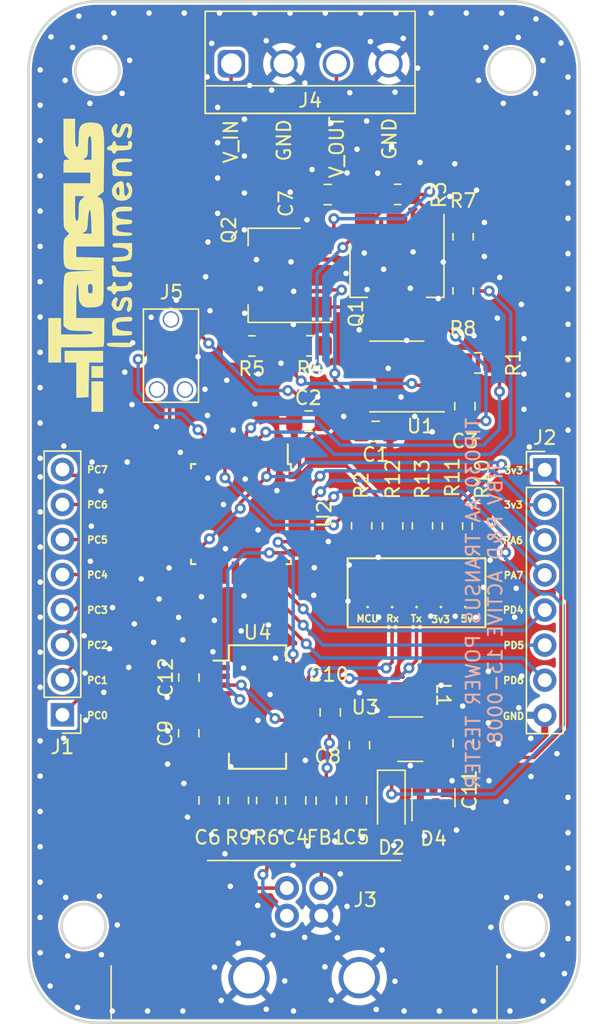
<source format=kicad_pcb>
(kicad_pcb (version 20211014) (generator pcbnew)
  (layers (0 "F.Cu" signal) (31 "B.Cu" signal) (34 "B.Paste" user) (35 "F.Paste" user) (36 "B.SilkS" user "B.Silkscreen") (37 "F.SilkS" user "F.Silkscreen") (38 "B.Mask" user) (39 "F.Mask" user) (44 "Edge.Cuts" user))
  (net 0 "")
  (net 1 "GND")
  (net 2 "VDC")
  (net 3 "+3V3")
  (net 4 "Net-(C3-Pad1)")
  (net 5 "Net-(C3-Pad2)")
  (net 6 "Net-(C4-Pad1)")
  (net 7 "+5V")
  (net 8 "Net-(C6-Pad1)")
  (net 9 "VOUT")
  (net 10 "+3.3VP")
  (net 11 "Net-(D1-Pad2)")
  (net 12 "Net-(D3-Pad2)")
  (net 13 "Net-(D5-Pad2)")
  (net 14 "RXL")
  (net 15 "Net-(D6-Pad2)")
  (net 16 "TXL")
  (net 17 "Net-(D7-Pad2)")
  (net 18 "Net-(FB1-Pad2)")
  (net 19 "Net-(J1-Pad1)")
  (net 20 "Net-(J1-Pad2)")
  (net 21 "Net-(J1-Pad3)")
  (net 22 "Net-(J1-Pad4)")
  (net 23 "Net-(J1-Pad5)")
  (net 24 "Net-(J1-Pad6)")
  (net 25 "Net-(J1-Pad7)")
  (net 26 "Net-(J1-Pad8)")
  (net 27 "PA4")
  (net 28 "PA5")
  (net 29 "PA6")
  (net 30 "PA7")
  (net 31 "PD4")
  (net 32 "PD5")
  (net 33 "PD6")
  (net 34 "PD7")
  (net 35 "PDI_DATA")
  (net 38 "PDI_CLK")
  (net 39 "Net-(L1-Pad1)")
  (net 40 "Net-(Q1-Pad1)")
  (net 41 "DAC_OUT")
  (net 42 "Net-(R1-Pad2)")
  (net 43 "Net-(R2-Pad1)")
  (net 44 "D+")
  (net 45 "ADC_OUT")
  (net 46 "D-")
  (net 51 "UART_TX")
  (net 52 "UART_RX")
  (footprint "Capacitor_SMD:C_0805_2012Metric_Pad1.18x1.45mm_HandSolder" (layer "F.Cu") (at 209.17 108.3375 90)
    (fp_text reference "C10")
    (fp_text value "0.1uF")
  )
  (footprint "LOGO" (layer "F.Cu") (at 191.502332 75.94 90)
    (fp_text reference "" hide)
    (fp_text value "" hide)
  )
  (footprint "Capacitor_SMD:C_0805_2012Metric_Pad1.18x1.45mm_HandSolder" (layer "F.Cu") (at 208.88 114.7275 -90)
    (fp_text reference "FB1")
    (fp_text value "600R")
  )
  (footprint "Package_TO_SOT_SMD:SOT-223-3_TabPin2" (layer "F.Cu") (at 205.12 76.6675 180)
    (fp_text reference "Q2")
    (fp_text value "BCP54TA")
  )
  (footprint "MyFootprints:0805_PInductor" (layer "F.Cu") (at 214.97 107.0375)
    (fp_text reference "L1")
    (fp_text value "2.2uH")
  )
  (footprint "LED_SMD:LED_0402_1005Metric_Pad0.77x0.64mm_HandSolder" (layer "F.Cu") (at 217.200976 99.4375 90)
    (fp_text reference "D5" hide)
    (fp_text value "Green")
  )
  (footprint "Package_SO:SO-8_3.9x4.9mm_P1.27mm" (layer "F.Cu") (at 214 83.9975 180)
    (fp_text reference "U1")
    (fp_text value "MC33172")
  )
  (footprint "Package_SO:SSOP-20_3.9x8.7mm_P0.635mm" (layer "F.Cu") (at 203.89 107.9475)
    (fp_text reference "U4")
    (fp_text value "FT231XS")
  )
  (footprint "Capacitor_SMD:C_0805_2012Metric_Pad1.18x1.45mm_HandSolder" (layer "F.Cu") (at 212.46 87.9775 180)
    (fp_text reference "C1")
    (fp_text value "0u1F")
  )
  (footprint "Resistor_SMD:R_0805_2012Metric_Pad1.20x1.40mm_HandSolder" (layer "F.Cu") (at 218.04 94.8375 -90)
    (fp_text reference "R11")
    (fp_text value "3k3")
  )
  (footprint "Capacitor_SMD:C_0805_2012Metric_Pad1.18x1.45mm_HandSolder" (layer "F.Cu") (at 218.94 86.1475 90)
    (fp_text reference "C3")
    (fp_text value "1nF")
  )
  (footprint "MyFootprints:BZX84C3V6" (layer "F.Cu") (at 216.66 114.5175)
    (fp_text reference "D4")
    (fp_text value "3v6")
  )
  (footprint "MyFootprints:USB_B" (layer "F.Cu") (at 207.27 124.3125)
    (fp_text reference "J3")
    (fp_text value "USB_B")
  )
  (footprint "Capacitor_SMD:C_0805_2012Metric_Pad1.18x1.45mm_HandSolder" (layer "F.Cu") (at 198.9 109.8525 -90)
    (fp_text reference "C9")
    (fp_text value "0.1uF")
  )
  (footprint "Resistor_SMD:R_0805_2012Metric_Pad1.20x1.40mm_HandSolder" (layer "F.Cu") (at 215.86 94.8175 -90)
    (fp_text reference "R13")
    (fp_text value "3k3")
  )
  (footprint "Resistor_SMD:R_0805_2012Metric_Pad1.20x1.40mm_HandSolder" (layer "F.Cu") (at 219.88 83.0175 180)
    (fp_text reference "R1")
    (fp_text value "10k")
  )
  (footprint "Resistor_SMD:R_0805_2012Metric_Pad1.20x1.40mm_HandSolder" (layer "F.Cu") (at 207.69 81.7775 180)
    (fp_text reference "R4")
    (fp_text value "620k")
  )
  (footprint "Resistor_SMD:R_0805_2012Metric_Pad1.20x1.40mm_HandSolder" (layer "F.Cu") (at 220.2 94.8475 -90)
    (fp_text reference "R10")
    (fp_text value "5k")
  )
  (footprint "Package_TO_SOT_SMD:SOT-23-5_HandSoldering" (layer "F.Cu") (at 214.97 110.2775)
    (fp_text reference "U3")
    (fp_text value "LM3671MF-3.3/NOPB")
  )
  (footprint "Capacitor_SMD:C_0805_2012Metric_Pad1.18x1.45mm_HandSolder" (layer "F.Cu") (at 208.99 70.8175 180)
    (fp_text reference "C7")
    (fp_text value "1uF-10uF?")
  )
  (footprint "LED_SMD:LED_0402_1005Metric_Pad0.77x0.64mm_HandSolder" (layer "F.Cu") (at 213.659024 99.4375 90)
    (fp_text reference "D6" hide)
    (fp_text value "Green")
  )
  (footprint "Resistor_SMD:R_0805_2012Metric_Pad1.20x1.40mm_HandSolder" (layer "F.Cu") (at 218.81 77.7975 -90)
    (fp_text reference "R8")
    (fp_text value "20k")
  )
  (footprint "Connector_PinHeader_2.54mm:PinHeader_1x08_P2.54mm_Vertical" (layer "F.Cu") (at 224.734286 90.7625)
    (fp_text reference "J2")
    (fp_text value "Analog Pins")
  )
  (footprint "Resistor_SMD:R_0805_2012Metric_Pad1.20x1.40mm_HandSolder" (layer "F.Cu") (at 203.478095 81.7875 180)
    (fp_text reference "R5")
    (fp_text value "27k")
  )
  (footprint "Package_TO_SOT_SMD:SOT-223-3_TabPin2" (layer "F.Cu") (at 214.01 76.3575 -90)
    (fp_text reference "Q1")
    (fp_text value "BCP54TA")
  )
  (footprint "Capacitor_SMD:C_0805_2012Metric_Pad1.18x1.45mm_HandSolder" (layer "F.Cu") (at 206.66 114.7175 90)
    (fp_text reference "C4")
    (fp_text value "47pF")
  )
  (footprint "Capacitor_SMD:C_0805_2012Metric_Pad1.18x1.45mm_HandSolder" (layer "F.Cu") (at 211.29 110.7175 90)
    (fp_text reference "C8")
    (fp_text value "10uF")
  )
  (footprint "MyFootprints:TagConnect_Avr" (layer "F.Cu") (at 197.61 82.4875 90)
    (fp_text reference "J5")
    (fp_text value "AVR-PDI-6")
  )
  (footprint "LED_SMD:LED_0402_1005Metric_Pad0.77x0.64mm_HandSolder" (layer "F.Cu") (at 215.43 99.4375 90)
    (fp_text reference "D7" hide)
    (fp_text value "Green")
  )
  (footprint "Resistor_SMD:R_0805_2012Metric_Pad1.20x1.40mm_HandSolder" (layer "F.Cu") (at 213.7 94.8275 -90)
    (fp_text reference "R12")
    (fp_text value "3k3")
  )
  (footprint "MyFootprints:Screwterminal_3mm81_4pos" (layer "F.Cu") (at 207.71 61.2375)
    (fp_text reference "J4")
    (fp_text value "Power")
  )
  (footprint "Connector_PinHeader_2.54mm:PinHeader_1x08_P2.54mm_Vertical" (layer "F.Cu") (at 189.734286 108.5125 180)
    (fp_text reference "J1")
    (fp_text value "Digital Pins")
  )
  (footprint "Resistor_SMD:R_0805_2012Metric_Pad1.20x1.40mm_HandSolder" (layer "F.Cu") (at 214.06 70.8075 180)
    (fp_text reference "R3")
    (fp_text value "33R")
  )
  (footprint "Capacitor_SMD:C_0805_2012Metric_Pad1.18x1.45mm_HandSolder" (layer "F.Cu") (at 211.07 114.7075 -90)
    (fp_text reference "C5")
    (fp_text value "10uF")
  )
  (footprint "Resistor_SMD:R_0805_2012Metric_Pad1.20x1.40mm_HandSolder" (layer "F.Cu") (at 204.56 114.7175 90)
    (fp_text reference "R6")
    (fp_text value "27R")
  )
  (footprint "LED_SMD:LED_0402_1005Metric_Pad0.77x0.64mm_HandSolder" (layer "F.Cu") (at 218.971953 99.4375 90)
    (fp_text reference "D3" hide)
    (fp_text value "Green")
  )
  (footprint "Resistor_SMD:R_0805_2012Metric_Pad1.20x1.40mm_HandSolder" (layer "F.Cu") (at 202.5 114.7175 90)
    (fp_text reference "R9")
    (fp_text value "27R")
  )
  (footprint "Capacitor_SMD:C_0805_2012Metric_Pad1.18x1.45mm_HandSolder" (layer "F.Cu") (at 198.91 105.8125 90)
    (fp_text reference "C12")
    (fp_text value "0.1uF")
  )
  (footprint "Resistor_SMD:R_0805_2012Metric_Pad1.20x1.40mm_HandSolder" (layer "F.Cu") (at 211.45 94.8175 -90)
    (fp_text reference "R2")
    (fp_text value "3k3")
  )
  (footprint "LED_SMD:LED_0402_1005Metric_Pad0.77x0.64mm_HandSolder" (layer "F.Cu") (at 211.888048 99.4375 90)
    (fp_text reference "D1" hide)
    (fp_text value "Green")
  )
  (footprint "Capacitor_SMD:C_0805_2012Metric_Pad1.18x1.45mm_HandSolder" (layer "F.Cu") (at 207.6 87.2275 180)
    (fp_text reference "C2")
    (fp_text value "1uF")
  )
  (footprint "Capacitor_SMD:C_0805_2012Metric_Pad1.18x1.45mm_HandSolder" (layer "F.Cu") (at 200.38 114.7175 90)
    (fp_text reference "C6")
    (fp_text value "47pF")
  )
  (footprint "Resistor_SMD:R_0805_2012Metric_Pad1.20x1.40mm_HandSolder" (layer "F.Cu") (at 218.81 73.8775 -90)
    (fp_text reference "R7")
    (fp_text value "180k")
  )
  (footprint "Package_QFP:TQFP-32_7x7mm_P0.8mm" (layer "F.Cu") (at 202.69 93.9675 -90)
    (fp_text reference "U2")
    (fp_text value "ATxmega8E5-A")
  )
  (footprint "Capacitor_SMD:C_0805_2012Metric_Pad1.18x1.45mm_HandSolder" (layer "F.Cu") (at 218.81 110.5675 90)
    (fp_text reference "C11")
    (fp_text value "10uF")
  )
  (footprint "Diode_SMD:D_SOD-123" (layer "F.Cu") (at 213.6 114.7775 -90)
    (fp_text reference "D2")
    (fp_text value "5v")
  )
  (gr_rect (start 210.43 97.168601) (end 220.43 102.168601) (layer "F.SilkS") (width 0.15) (fill none))
  (gr_line (start 222.27 56.82) (end 192.27 56.82) (layer "Edge.Cuts") (width 0.2))
  (gr_line (start 192.27 130.82) (end 222.27 130.82) (layer "Edge.Cuts") (width 0.2))
  (gr_circle (center 192.27 61.82) (end 193.87 61.82) (layer "Edge.Cuts") (width 0.2) (fill none))
  (gr_circle (center 191.27 123.82) (end 192.87 123.82) (layer "Edge.Cuts") (width 0.2) (fill none))
  (gr_arc (start 222.27 56.82) (mid 225.805534 58.284466) (end 227.27 61.82) (layer "Edge.Cuts") (width 0.2))
  (gr_circle (center 223.27 123.82) (end 224.87 123.82) (layer "Edge.Cuts") (width 0.2) (fill none))
  (gr_arc (start 192.27 130.82) (mid 188.734466 129.355534) (end 187.27 125.82) (layer "Edge.Cuts") (width 0.2))
  (gr_circle (center 222.27 61.82) (end 223.87 61.82) (layer "Edge.Cuts") (width 0.2) (fill none))
  (gr_arc (start 227.27 125.82) (mid 225.805534 129.355534) (end 222.27 130.82) (layer "Edge.Cuts") (width 0.2))
  (gr_line (start 187.27 61.82) (end 187.27 125.82) (layer "Edge.Cuts") (width 0.2))
  (gr_line (start 227.27 125.82) (end 227.27 61.82) (layer "Edge.Cuts") (width 0.2))
  (gr_arc (start 187.27 61.82) (mid 188.734466 58.284466) (end 192.27 56.82) (layer "Edge.Cuts") (width 0.2))
  (gr_text "TIP030 AA TRANSUS POWER TESTER\nTIBV R&D ACTIVE 13-0008\n" (at 220.35 100.43 90) (layer "B.SilkS") (effects (font (size 1 1)) (justify mirror)))
  (gr_text "PD5" (at 222.49 103.48) (layer "F.SilkS") (effects (font (size 0.5 0.5) (thickness 0.125))))
  (gr_text "PC6" (at 192.28 93.294285) (layer "F.SilkS") (effects (font (size 0.5 0.5) (thickness 0.125))))
  (gr_text "PD4\n" (at 222.45 100.92) (layer "F.SilkS") (effects (font (size 0.5 0.5) (thickness 0.125))))
  (gr_text "3v3" (at 222.46 93.3) (layer "F.SilkS") (effects (font (size 0.5 0.5) (thickness 0.125))))
  (gr_text "PC1" (at 192.28 106.01571) (layer "F.SilkS") (effects (font (size 0.5 0.5) (thickness 0.125))))
  (gr_text "MCU\n" (at 211.88 101.5475) (layer "F.SilkS") (effects (font (size 0.5 0.5) (thickness 0.125))))
  (gr_text "PD6\n" (at 222.47 106.02) (layer "F.SilkS") (effects (font (size 0.5 0.5) (thickness 0.125))))
  (gr_text "V_OUT\n" (at 209.641905 67.3875 90) (layer "F.SilkS") (effects (font (size 1 1))))
  (gr_text "PC5" (at 192.28 95.83857) (layer "F.SilkS") (effects (font (size 0.5 0.5) (thickness 0.125))))
  (gr_text "PA6" (at 222.43 95.88) (layer "F.SilkS") (effects (font (size 0.5 0.5) (thickness 0.125))))
  (gr_text "3v3\n" (at 217.18 101.5975) (layer "F.SilkS") (effects (font (size 0.5 0.5) (thickness 0.125))))
  (gr_text "PC0" (at 192.28 108.56) (layer "F.SilkS") (effects (font (size 0.5 0.5) (thickness 0.125))))
  (gr_text "GND\n" (at 222.47 108.61) (layer "F.SilkS") (effects (font (size 0.5 0.5) (thickness 0.125))))
  (gr_text "Tx" (at 215.41 101.5375) (layer "F.SilkS") (effects (font (size 0.5 0.5) (thickness 0.125))))
  (gr_text "PC3" (at 192.28 100.92714) (layer "F.SilkS") (effects (font (size 0.5 0.5) (thickness 0.125))))
  (gr_text "PC4" (at 192.28 98.382855) (layer "F.SilkS") (effects (font (size 0.5 0.5) (thickness 0.125))))
  (gr_text "GND\n" (at 213.461905 66.7775 90) (layer "F.SilkS") (effects (font (size 1 1))))
  (gr_text "V_IN\n" (at 201.961905 66.9775 90) (layer "F.SilkS") (effects (font (size 1 1))))
  (gr_text "PC7" (at 192.28 90.75) (layer "F.SilkS") (effects (font (size 0.5 0.5) (thickness 0.125))))
  (gr_text "PC2\n" (at 192.28 103.471425) (layer "F.SilkS") (effects (font (size 0.5 0.5) (thickness 0.125))))
  (gr_text "3v3" (at 222.48 90.81) (layer "F.SilkS") (effects (font (size 0.5 0.5) (thickness 0.125))))
  (gr_text "5v\n" (at 219.07 101.5575) (layer "F.SilkS") (effects (font (size 0.5 0.5) (thickness 0.125))))
  (gr_text "GND\n" (at 205.811905 66.8875 90) (layer "F.SilkS") (effects (font (size 1 1))))
  (gr_text "Rx\n" (at 213.69 101.5375) (layer "F.SilkS") (effects (font (size 0.5 0.5) (thickness 0.125))))
  (gr_text "PA7\n" (at 222.47 98.41) (layer "F.SilkS") (effects (font (size 0.5 0.5) (thickness 0.125))))
  (segment (start 211.8875 110.2775) (end 211.29 109.68) (width 0.25) (layer "F.Cu") (net 1))
  (segment (start 213.62 110.2775) (end 211.8875 110.2775) (width 0.25) (layer "F.Cu") (net 1))
  (via (at 188.12031 61.78185) (size 0.8) (drill 0.4) (layers "F.Cu" "B.Cu") (net 1))
  (via (at 210.38853 122.392087) (size 0.8) (drill 0.4) (layers "F.Cu" "B.Cu") (net 1))
  (via (at 202.50338 125.06336) (size 0.8) (drill 0.4) (layers "F.Cu" "B.Cu") (net 1))
  (via (at 196.356052 103.263229) (size 0.8) (drill 0.4) (layers "F.Cu" "B.Cu") (net 1))
  (via (at 188.1155 120.632417) (size 0.8) (drill 0.4) (layers "F.Cu" "B.Cu") (net 1))
  (via (at 194.43701 90.197) (size 0.8) (drill 0.4) (layers "F.Cu" "B.Cu") (net 1))
  (via (at 224.418544 121.66023) (size 0.8) (drill 0.4) (layers "F.Cu" "B.Cu") (net 1))
  (via (at 220.825867 123.905188) (size 0.8) (drill 0.4) (layers "F.Cu" "B.Cu") (net 1))
  (via (at 194.830768 81.562424) (size 0.8) (drill 0.4) (layers "F.Cu" "B.Cu") (net 1))
  (via (at 210.5855 63.436167) (size 0.8) (drill 0.4) (layers "F.Cu" "B.Cu") (net 1))
  (via (at 201.421347 93.276537) (size 0.8) (drill 0.4) (layers "F.Cu" "B.Cu") (net 1))
  (via (at 202.123497 87.8864) (size 0.8) (drill 0.4) (layers "F.Cu" "B.Cu") (net 1))
  (via (at 206.496141 80.232) (size 0.8) (drill 0.4) (layers "F.Cu" "B.Cu") (net 1))
  (via (at 203.921718 108.911713) (size 0.8) (drill 0.4) (layers "F.Cu" "B.Cu") (net 1))
  (via (at 224.095872 58.091882) (size 0.8) (drill 0.4) (layers "F.Cu" "B.Cu") (net 1))
  (via (at 210.460049 100.276956) (size 0.8) (drill 0.4) (layers "F.Cu" "B.Cu") (net 1))
  (via (at 191.311779 102.781819) (size 0.8) (drill 0.4) (layers "F.Cu" "B.Cu") (net 1))
  (via (at 188.1155 118.072873) (size 0.8) (drill 0.4) (layers "F.Cu" "B.Cu") (net 1))
  (via (at 196.018541 57.6655) (size 0.8) (drill 0.4) (layers "F.Cu" "B.Cu") (net 1))
  (via (at 207.847038 69.005727) (size 0.8) (drill 0.4) (layers "F.Cu" "B.Cu") (net 1))
  (via (at 215.513439 61.654231) (size 0.8) (drill 0.4) (layers "F.Cu" "B.Cu") (net 1))
  (via (at 200.7595 101.666903) (size 0.8) (drill 0.4) (layers "F.Cu" "B.Cu") (net 1))
  (via (at 221.603291 57.6655) (size 0.8) (drill 0.4) (layers "F.Cu" "B.Cu") (net 1))
  (via (at 192.418544 121.66023) (size 0.8) (drill 0.4) (layers "F.Cu" "B.Cu") (net 1))
  (via (at 211.369391 57.6655) (size 0.8) (drill 0.4) (layers "F.Cu" "B.Cu") (net 1))
  (via (at 214.527423 129.9745) (size 0.8) (drill 0.4) (layers "F.Cu" "B.Cu") (net 1))
  (via (at 209.68742 124.666568) (size 0.8) (drill 0.4) (layers "F.Cu" "B.Cu") (net 1))
  (via (at 222.852689 108.00026) (size 0.8) (drill 0.4) (layers "F.Cu" "B.Cu") (net 1))
  (via (at 200.56828 59.861315) (size 0.8) (drill 0.4) (layers "F.Cu" "B.Cu") (net 1))
  (via (at 188.1155 115.513329) (size 0.8) (drill 0.4) (layers "F.Cu" "B.Cu") (net 1))
  (via (at 197.4695 97.87065) (size 0.8) (drill 0.4) (layers "F.Cu" "B.Cu") (net 1))
  (via (at 212.505567 129.856161) (size 0.8) (drill 0.4) (layers "F.Cu" "B.Cu") (net 1))
  (via (at 220.3555 72.841102) (size 0.8) (drill 0.4) (layers "F.Cu" "B.Cu") (net 1))
  (via (at 188.1155 72.015277) (size 0.8) (drill 0.4) (layers "F.Cu" "B.Cu") (net 1))
  (via (at 220.688006 113.287) (size 0.8) (drill 0.4) (layers "F.Cu" "B.Cu") (net 1))
  (via (at 220.35484 75.30282) (size 0.8) (drill 0.4) (layers "F.Cu" "B.Cu") (net 1))
  (via (at 192.523006 92.302) (size 0.8) (drill 0.4) (layers "F.Cu" "B.Cu") (net 1))
  (via (at 198.473883 103.079501) (size 0.8) (drill 0.4) (layers "F.Cu" "B.Cu") (net 1))
  (via (at 194.54618 105.073101) (size 0.8) (drill 0.4) (layers "F.Cu" "B.Cu") (net 1))
  (via (at 226.4245 72.538634) (size 0.8) (drill 0.4) (layers "F.Cu" "B.Cu") (net 1))
  (via (at 194.949807 101.924485) (size 0.8) (drill 0.4) (layers "F.Cu" "B.Cu") (net 1))
  (via (at 188.90375 59.389904) (size 0.8) (drill 0.4) (layers "F.Cu" "B.Cu") (net 1))
  (via (at 190.472025 60.155283) (size 0.8) (drill 0.4) (layers "F.Cu" "B.Cu") (net 1))
  (via (at 191.833006 94.842) (size 0.8) (drill 0.4) (layers "F.Cu" "B.Cu") (net 1))
  (via (at 225.615947 111.324047) (size 0.8) (drill 0.4) (layers "F.Cu" "B.Cu") (net 1))
  (via (at 203.947914 83.812919) (size 0.8) (drill 0.4) (layers "F.Cu" "B.Cu") (net 1))
  (via (at 212.614404 69.26376) (size 0.8) (drill 0.4) (layers "F.Cu" "B.Cu") (net 1))
  (via (at 210.39362 69.247) (size 0.8) (drill 0.4) (layers "F.Cu" "B.Cu") (net 1))
  (via (at 188.1155 110.394241) (size 0.8) (drill 0.4) (layers "F.Cu" "B.Cu") (net 1))
  (via (at 211.8392 77.699301) (size 0.8) (drill 0.4) (layers "F.Cu" "B.Cu") (net 1))
  (via (at 206.472673 119.403255) (size 0.8) (drill 0.4) (layers "F.Cu" "B.Cu") (net 1))
  (via (at 219.781573 70.499119) (size 0.8) (drill 0.4) (layers "F.Cu" "B.Cu") (net 1))
  (via (at 213.927866 57.6655) (size 0.8) (drill 0.4) (layers "F.Cu" "B.Cu") (net 1))
  (via (at 196.563097 87.647377) (size 0.8) (drill 0.4) (layers "F.Cu" "B.Cu") (net 1))
  (via (at 226.4245 117.05066) (size 0.8) (drill 0.4) (layers "F.Cu" "B.Cu") (net 1))
  (via (at 223.613486 89.104301) (size 0.8) (drill 0.4) (layers "F.Cu" "B.Cu") (net 1))
  (via (at 188.1155 74.573752) (size 0.8) (drill 0.4) (layers "F.Cu" "B.Cu") (net 1))
  (via (at 219.044816 57.6655) (size 0.8) (drill 0.4) (layers "F.Cu" "B.Cu") (net 1))
  (via (at 226.4245 67.421684) (size 0.8) (drill 0.4) (layers "F.Cu" "B.Cu") (net 1))
  (via (at 213.620834 67.29584) (size 0.8) (drill 0.4) (layers "F.Cu" "B.Cu") (net 1))
  (via (at 221.927417 114.792577) (size 0.8) (drill 0.4) (layers "F.Cu" "B.Cu") (net 1))
  (via (at 203.693966 57.6655) (size 0.8) (drill 0.4) (layers "F.Cu" "B.Cu") (net 1))
  (via (at 188.122437 93.814126) (size 0.8) (drill 0.4) (layers "F.Cu" "B.Cu") (net 1))
  (via (at 204.797428 107.042434) (size 0.8) (drill 0.4) (layers "F.Cu" "B.Cu") (net 1))
  (via (at 206.513248 77.8282) (size 0.8) (drill 0.4) (layers "F.Cu" "B.Cu") (net 1))
  (via (at 212.649207 97.096299) (size 0.8) (drill 0.4) (layers "F.Cu" "B.Cu") (net 1))
  (via (at 220.296345 99.275335) (size 0.8) (drill 0.4) (layers "F.Cu" "B.Cu") (net 1))
  (via (at 201.524883 118.579683) (size 0.8) (drill 0.4) (layers "F.Cu" "B.Cu") (net 1))
  (via (at 206.501337 129.9745) (size 0.8) (drill 0.4) (layers "F.Cu" "B.Cu") (net 1))
  (via (at 212.5692 108.194301) (size 0.8) (drill 0.4) (layers "F.Cu" "B.Cu") (net 1))
  (via (at 218.777953 107.879233) (size 0.8) (drill 0.4) (layers "F.Cu" "B.Cu") (net 1))
  (via (at 226.4245 122.169748) (size 0.8) (drill 0.4) (layers "F.Cu" "B.Cu") (net 1))
  (via (at 211.637423 75.053) (size 0.8) (drill 0.4) (layers "F.Cu" "B.Cu") (net 1))
  (via (at 200.9995 72.176823) (size 0.8) (drill 0.4) (layers "F.Cu" "B.Cu") (net 1))
  (via (at 193.715692 123.734926) (size 0.8) (drill 0.4) (layers "F.Cu" "B.Cu") (net 1))
  (via (at 209.235406 129.188245) (size 0.8) (drill 0.4) (layers "F.Cu" "B.Cu") (net 1))
  (via (at 201.253093 129.207425) (size 0.8) (drill 0.4) (layers "F.Cu" "B.Cu") (net 1))
  (via (at 224.566313 125.895122) (size 0.8) (drill 0.4) (layers "F.Cu" "B.Cu") (net 1))
  (via (at 188.122426 106.514091) (size 0.8) (drill 0.4) (layers "F.Cu" "B.Cu") (net 1))
  (via (at 200.076157 84.925697) (size 0.8) (drill 0.4) (layers "F.Cu" "B.Cu") (net 1))
  (via (at 222.811691 59.435128) (size 0.8) (drill 0.4) (layers "F.Cu" "B.Cu") (net 1))
  (via (at 189.820564 110.208) (size 0.8) (drill 0.4) (layers "F.Cu" "B.Cu") (net 1))
  (via (at 188.1155 66.898327) (size 0.8) (drill 0.4) (layers "F.Cu" "B.Cu") (net 1))
  (via (at 201.135491 57.6655) (size 0.8) (drill 0.4) (layers "F.Cu" "B.Cu") (net 1))
  (via (at 223.2305 86.37857) (size 0.8) (drill 0.4) (layers "F.Cu" "B.Cu") (net 1))
  (via (at 198.292836 89.49283) (size 0.8) (drill 0.4) (layers "F.Cu" "B.Cu") (net 1))
  (via (at 201.660535 84.270529) (size 0.8) (drill 0.4) (layers "F.Cu" "B.Cu") (net 1))
  (via (at 188.122425 91.27409) (size 0.8) (drill 0.4) (layers "F.Cu" "B.Cu") (net 1))
  (via (at 200.562218 117.188) (size 0.8) (drill 0.4) (layers "F.Cu" "B.Cu") (net 1))
  (via (at 226.4245 87.889484) (size 0.8) (drill 0.4) (layers "F.Cu" "B.Cu") (net 1))
  (via (at 221.728127 64.206424) (size 0.8) (drill 0.4) (layers "F.Cu" "B.Cu") (net 1))
  (via (at 204.684857 102.001261) (size 0.8) (drill 0.4) (layers "F.Cu" "B.Cu") (net 1))
  (via (at 188.122427 98.894093) (size 0.8) (drill 0.4) (layers "F.Cu" "B.Cu") (net 1))
  (via (at 204.099726 77.638) (size 0.8) (drill 0.4) (layers "F.Cu" "B.Cu") (net 1))
  (via (at 214.719307 81.383087) (size 0.8) (drill 0.4) (layers "F.Cu" "B.Cu") (net 1))
  (via (at 221.971701 121.741919) (size 0.8) (drill 0.4) (layers "F.Cu" "B.Cu") (net 1))
  (via (at 211.286231 106.905223) (size 0.8) (drill 0.4) (layers "F.Cu" "B.Cu") (net 1))
  (via (at 218.006501 113.287) (size 0.8) (drill 0.4) (layers "F.Cu" "B.Cu") (net 1))
  (via (at 189.93326 62.543469) (size 0.8) (drill 0.4) (layers "F.Cu" "B.Cu") (net 1))
  (via (at 204.915461 63.250724) (size 0.8) (drill 0.4) (layers "F.Cu" "B.Cu") (net 1))
  (via (at 226.4245 69.980159) (size 0.8) (drill 0.4) (layers "F.Cu" "B.Cu") (net 1))
  (via (at 200.1245 76.775115) (size 0.8) (drill 0.4) (layers "F.Cu" "B.Cu") (net 1))
  (via (at 199.574416 82.565764) (size 0.8) (drill 0.4) (layers "F.Cu" "B.Cu") (net 1))
  (via (at 197.339532 107.251227) (size 0.8) (drill 0.4) (layers "F.Cu" "B.Cu") (net 1))
  (via (at 205.8677 127.789415) (size 0.8) (drill 0.4) (layers "F.Cu" "B.Cu") (net 1))
  (via (at 226.4245 77.655584) (size 0.8) (drill 0.4) (layers "F.Cu" "B.Cu") (net 1))
  (via (at 208.0108 97.850699) (size 0.8) (drill 0.4) (layers "F.Cu" "B.Cu") (net 1))
  (via (at 219.646511 129.9745) (size 0.8) (drill 0.4) (layers "F.Cu" "B.Cu") (net 1))
  (via (at 205.584207 117.011299) (size 0.8) (drill 0.4) (layers "F.Cu" "B.Cu") (net 1))
  (via (at 191.728125 64.206424) (size 0.8) (drill 0.4) (layers "F.Cu" "B.Cu") (net 1))
  (via (at 214.304413 85.485761) (size 0.8) (drill 0.4) (layers "F.Cu" "B.Cu") (net 1))
  (via (at 225.914091 59.832712) (size 0.8) (drill 0.4) (layers "F.Cu" "B.Cu") (net 1))
  (via (at 221.465988 76.821784) (size 0.8) (drill 0.4) (layers "F.Cu" "B.Cu") (net 1))
  (via (at 226.4245 64.863209) (size 0.8) (drill 0.4) (layers "F.Cu" "B.Cu") (net 1))
  (via (at 211.270274 80.619782) (size 0.8) (drill 0.4) (layers "F.Cu" "B.Cu") (net 1))
  (via (at 219.93326 62.54347) (size 0.8) (drill 0.4) (layers "F.Cu" "B.Cu") (net 1))
  (via (at 198.475247 129.9745) (size 0.8) (drill 0.4) (layers "F.Cu" "B.Cu") (net 1))
  (via (at 188.118384 125.751222) (size 0.8) (drill 0.4) (layers "F.Cu" "B.Cu") (net 1))
  (via (at 226.4245 114.491116) (size 0.8) (drill 0.4) (layers "F.Cu" "B.Cu") (net 1))
  (via (at 215.685915 68.487) (size 0.8) (drill 0.4) (layers "F.Cu" "B.Cu") (net 1))
  (via (at 217.086967 129.9745) (size 0.8) (drill 0.4) (layers "F.Cu" "B.Cu") (net 1))
  (via (at 218.332886 116.862873) (size 0.8) (drill 0.4) (layers "F.Cu" "B.Cu") (net 1))
  (via (at 223.062318 105.703027) (size 0.8) (drill 0.4) (layers "F.Cu" "B.Cu") (net 1))
  (via (at 207.971989 99.853121) (size 0.8) (drill 0.4) (layers "F.Cu" "B.Cu") (net 1))
  (via (at 226.4245 82.772534) (size 0.8) (drill 0.4) (layers "F.Cu" "B.Cu") (net 1))
  (via (at 220.641525 109.101391) (size 0.8) (drill 0.4) (layers "F.Cu" "B.Cu") (net 1))
  (via (at 188.1155 69.456802) (size 0.8) (drill 0.4) (layers "F.Cu" "B.Cu") (net 1))
  (via (at 222.664744 99.347153) (size 0.8) (drill 0.4) (layers "F.Cu" "B.Cu") (net 1))
  (via (at 202.920027 99.895813) (size 0.8) (drill 0.4) (layers "F.Cu" "B.Cu") (net 1))
  (via (at 213.86538 127.815402) (size 0.8) (drill 0.4) (layers "F.Cu" "B.Cu") (net 1))
  (via (at 196.752055 100.122237) (size 0.8) (drill 0.4) (layers "F.Cu" "B.Cu") (net 1))
  (via (at 219.747469 101.437) (size 0.8) (drill 0.4) (layers "F.Cu" "B.Cu") (net 1))
  (via (at 211.11261 67.532604) (size 0.8) (drill 0.4) (layers "F.Cu" "B.Cu") (net 1))
  (via (at 200.9995 64.501398) (size 0.8) (drill 0.4) (layers "F.Cu" "B.Cu") (net 1))
  (via (at 188.1155 123.191961) (size 0.8) (drill 0.4) (layers "F.Cu" "B.Cu") (net 1))
  (via (at 197.121053 104.808406) (size 0.8) (drill 0.4) (layers "F.Cu" "B.Cu") (net 1))
  (via (at 218.206237 68.589774) (size 0.8) (drill 0.4) (layers "F.Cu" "B.Cu") (net 1))
  (via (at 188.1155 64.339852) (size 0.8) (drill 0.4) (layers "F.Cu" "B.Cu") (net 1))
  (via (at 217.370837 75.70986) (size 0.8) (drill 0.4) (layers "F.Cu" "B.Cu") (net 1))
  (via (at 206.252441 57.6655) (size 0.8) (drill 0.4) (layers "F.Cu" "B.Cu") (net 1))
  (via (at 214.980528 112.195548) (size 0.8) (drill 0.4) (layers "F.Cu" "B.Cu") (net 1))
  (via (at 222.547757 101.437) (size 0.8) (drill 0.4) (layers "F.Cu" "B.Cu") (net 1))
  (via (at 200.279449 91.360575) (size 0.8) (drill 0.4) (layers "F.Cu" "B.Cu") (net 1))
  (via (at 226.4245 119.610204) (size 0.8) (drill 0.4) (layers "F.Cu" "B.Cu") (net 1))
  (via (at 188.122431 101.434106) (size 0.8) (drill 0.4) (layers "F.Cu" "B.Cu") (net 1))
  (via (at 224.617488 129.245065) (size 0.8) (drill 0.4) (layers "F.Cu" "B.Cu") (net 1))
  (via (at 189.971701 121.741919) (size 0.8) (drill 0.4) (layers "F.Cu" "B.Cu") (net 1))
  (via (at 196.172786 79.707914) (size 0.8) (drill 0.4) (layers "F.Cu" "B.Cu") (net 1))
  (via (at 209.89808 120.03731) (size 0.8) (drill 0.4) (layers "F.Cu" "B.Cu") (net 1))
  (via (at 191.429786 108.901335) (size 0.8) (drill 0.4) (layers "F.Cu" "B.Cu") (net 1))
  (via (at 191.878535 90.197) (size 0.8) (drill 0.4) (layers "F.Cu" "B.Cu") (net 1))
  (via (at 200.9995 69.618348) (size 0.8) (drill 0.4) (layers "F.Cu" "B.Cu") (net 1))
  (via (at 198.552096 113.486241) (size 0.8) (drill 0.4) (layers "F.Cu" "B.Cu") (net 1))
  (via (at 188.1155 89.924602) (size 0.8) (drill 0.4) (layers "F.Cu" "B.Cu") (net 1))
  (via (at 191.373926 105.486068) (size 0.8) (drill 0.4) (layers "F.Cu" "B.Cu") (net 1))
  (via (at 223.2305 83.820095) (size 0.8) (drill 0.4) (layers "F.Cu" "B.Cu") (net 1))
  (via (at 197.362182 112.079774) (size 0.8) (drill 0.4) (layers "F.Cu" "B.Cu") (net 1))
  (via (at 206.264942 70.64354) (size 0.8) (drill 0.4) (layers "F.Cu" "B.Cu") (net 1))
  (via (at 226.166237 127.25806) (size 0.8) (drill 0.4) (layers "F.Cu" "B.Cu") (net 1))
  (via (at 203.543987 117.012363) (size 0.8) (drill 0.4) (layers "F.Cu" "B.Cu") (net 1))
  (via (at 192.736309 106.882971) (size 0.8) (drill 0.4) (layers "F.Cu" "B.Cu") (net 1))
  (via (at 192.811695 59.435129) (size 0.8) (drill 0.4) (layers "F.Cu" "B.Cu") (net 1))
  (via (at 226.4245 124.729292) (size 0.8) (drill 0.4) (layers "F.Cu" "B.Cu") (net 1))
  (via (at 223.2305 81.26162) (size 0.8) (drill 0.4) (layers "F.Cu" "B.Cu") (net 1))
  (via (at 213.0395 76.229421) (size 0.8) (drill 0.4) (layers "F.Cu" "B.Cu") (net 1))
  (via (at 193.373071 100.741935) (size 0.8) (drill 0.4) (layers "F.Cu" "B.Cu") (net 1))
  (via (at 194.2595 83.685541) (size 0.8) (drill 0.4) (layers "F.Cu" "B.Cu") (net 1))
  (via (at 200.770489 126.799138) (size 0.8) (drill 0.4) (layers "F.Cu" "B.Cu") (net 1))
  (via (at 210.318597 76.525815) (size 0.8) (drill 0.4) (layers "F.Cu" "B.Cu") (net 1))
  (via (at 224.609526 61.095763) (size 0.8) (drill 0.4) (layers "F.Cu" "B.Cu") (net 1))
  (via (at 211.488483 117.440499) (size 0.8) (drill 0.4) (layers "F.Cu" "B.Cu") (net 1))
  (via (at 219.602751 81.037757) (size 0.8) (drill 0.4) (layers "F.Cu" "B.Cu") (net 1))
  (via (at 226.4245 80.214059) (size 0.8) (drill 0.4) (layers "F.Cu" "B.Cu") (net 1))
  (via (at 215.180004 74.970469) (size 0.8) (drill 0.4) (layers "F.Cu" "B.Cu") (net 1))
  (via (at 188.1155 87.366127) (size 0.8) (drill 0.4) (layers "F.Cu" "B.Cu") (net 1))
  (via (at 202.959908 79.412999) (size 0.8) (drill 0.4) (layers "F.Cu" "B.Cu") (net 1))
  (via (at 204.523957 59.66771) (size 0.8) (drill 0.4) (layers "F.Cu" "B.Cu") (net 1))
  (via (at 192.566312 125.895122) (size 0.8) (drill 0.4) (layers "F.Cu" "B.Cu") (net 1))
  (via (at 207.5495 118.021658) (size 0.8) (drill 0.4) (layers "F.Cu" "B.Cu") (net 1))
  (via (at 211.811719 65.486725) (size 0.8) (drill 0.4) (layers "F.Cu" "B.Cu") (net 1))
  (via (at 214.9805 77.604364) (size 0.8) (drill 0.4) (layers "F.Cu" "B.Cu") (net 1))
  (via (at 220.766994 97.309444) (size 0.8) (drill 0.4) (layers "F.Cu" "B.Cu") (net 1))
  (via (at 205.025078 124.472036) (size 0.8) (drill 0.4) (layers "F.Cu" "B.Cu") (net 1))
  (via (at 194.066497 63.483526) (size 0.8) (drill 0.4) (layers "F.Cu" "B.Cu") (net 1))
  (via (at 213.873106 63.397819) (size 0.8) (drill 0.4) (layers "F.Cu" "B.Cu") (net 1))
  (via (at 198.8095 115.917493) (size 0.8) (drill 0.4) (layers "F.Cu" "B.Cu") (net 1))
  (via (at 199.818598 99.955212) (size 0.8) (drill 0.4) (layers "F.Cu" "B.Cu") (net 1))
  (via (at 203.702319 85.991065) (size 0.8) (drill 0.4) (layers "F.Cu" "B.Cu") (net 1))
  (via (at 226.4245 75.097109) (size 0.8) (drill 0.4) (layers "F.Cu" "B.Cu") (net 1))
  (via (at 188.1155 84.807652) (size 0.8) (drill 0.4) (layers "F.Cu" "B.Cu") (net 1))
  (via (at 212.084077 59.733894) (size 0.8) (drill 0.4) (layers "F.Cu" "B.Cu") (net 1))
  (via (at 205.294501 92.267875) (size 0.8) (drill 0.4) (layers "F.Cu" "B.Cu") (net 1))
  (via (at 203.908482 122.328476) (size 0.8) (drill 0.4) (layers "F.Cu" "B.Cu") (net 1))
  (via (at 195.915703 129.9745) (size 0.8) (drill 0.4) (layers "F.Cu" "B.Cu") (net 1))
  (via (at 209.4905 117.654955) (size 0.8) (drill 0.4) (layers "F.Cu" "B.Cu") (net 1))
  (via (at 200.443508 79.232584) (size 0.8) (drill 0.4) (layers "F.Cu" "B.Cu") (net 1))
  (via (at 198.002548 78.468146) (size 0.8) (drill 0.4) (layers "F.Cu" "B.Cu") (net 1))
  (via (at 212.688524 101.437) (size 0.8) (drill 0.4) (layers "F.Cu" "B.Cu") (net 1))
  (via (at 201.916667 120.936661) (size 0.8) (drill 0.4) (layers "F.Cu" "B.Cu") (net 1))
  (via (at 203.815499 75.529429) (size 0.8) (drill 0.4) (layers "F.Cu" "B.Cu") (net 1))
  (via (at 203.935023 95.115017) (size 0.8) (drill 0.4) (layers "F.Cu" "B.Cu") (net 1))
  (via (at 209.030489 95.955617) (size 0.8) (drill 0.4) (layers "F.Cu" "B.Cu") (net 1))
  (via (at 223.737288 112.982706) (size 0.8) (drill 0.4) (layers "F.Cu" "B.Cu") (net 1))
  (via (at 217.8395 70.949495) (size 0.8) (drill 0.4) (layers "F.Cu" "B.Cu") (net 1))
  (via (at 197.379377 109.67958) (size 0.8) (drill 0.4) (layers "F.Cu" "B.Cu") (net 1))
  (via (at 223.036093 78.775854) (size 0.8) (drill 0.4) (layers "F.Cu" "B.Cu") (net 1))
  (via (at 191.763006 97.382) (size 0.8) (drill 0.4) (layers "F.Cu" "B.Cu") (net 1))
  (via (at 193.356159 129.9745) (size 0.8) (drill 0.4) (layers "F.Cu" "B.Cu") (net 1))
  (via (at 200.651335 103.942108) (size 0.8) (drill 0.4) (layers "F.Cu" "B.Cu") (net 1))
  (via (at 208.779326 126.774593) (size 0.8) (drill 0.4) (layers "F.Cu" "B.Cu") (net 1))
  (via (at 212.930038 125.554151) (size 0.8) (drill 0.4) (layers "F.Cu" "B.Cu") (net 1))
  (via (at 202.9405 73.374708) (size 0.8) (drill 0.4) (layers "F.Cu" "B.Cu") (net 1))
  (via (at 202.995 91.430006) (size 0.8) (drill 0.4) (layers "F.Cu" "B.Cu") (net 1))
  (via (at 201.561402 96.479788) (size 0.8) (drill 0.4) (layers "F.Cu" "B.Cu") (net 1))
  (via (at 222.120179 125.982362) (size 0.8) (drill 0.4) (layers "F.Cu" "B.Cu") (net 1))
  (via (at 202.9405 65.354574) (size 0.8) (drill 0.4) (layers "F.Cu" "B.Cu") (net 1))
  (via (at 215.999372 117.29387) (size 0.8) (drill 0.4) (layers "F.Cu" "B.Cu") (net 1))
  (via (at 226.4245 85.331009) (size 0.8) (drill 0.4) (layers "F.Cu" "B.Cu") (net 1))
  (via (at 220.472025 60.155283) (size 0.8) (drill 0.4) (layers "F.Cu" "B.Cu") (net 1))
  (via (at 200.9995 67.059873) (size 0.8) (drill 0.4) (layers "F.Cu" "B.Cu") (net 1))
  (via (at 224.066499 63.483524) (size 0.8) (drill 0.4) (layers "F.Cu" "B.Cu") (net 1))
  (via (at 202.9405 68.027952) (size 0.8) (drill 0.4) (layers "F.Cu" "B.Cu") (net 1))
  (via (at 202.88219 105.119075) (size 0.8) (drill 0.4) (layers "F.Cu" "B.Cu") (net 1))
  (via (at 201.954404 112.27376) (size 0.8) (drill 0.4) (layers "F.Cu" "B.Cu") (net 1))
  (via (at 214.464194 59.501998) (size 0.8) (drill 0.4) (layers "F.Cu" "B.Cu") (net 1))
  (via (at 223.719164 110.217184) (size 0.8) (drill 0.4) (layers "F.Cu" "B.Cu") (net 1))
  (via (at 202.9405 70.70133) (size 0.8) (drill 0.4) (layers "F.Cu" "B.Cu") (net 1))
  (via (at 213.380367 83.412478) (size 0.8) (drill 0.4) (layers "F.Cu" "B.Cu") (net 1))
  (via (at 220.63559 105.368) (size 0.8) (drill 0.4) (layers "F.Cu" "B.Cu") (net 1))
  (via (at 215.300173 86.889625) (size 0.8) (drill 0.4) (layers "F.Cu" "B.Cu") (net 1))
  (via (at 208.260494 85.478) (size 0.8) (drill 0.4) (layers "F.Cu" "B.Cu") (net 1))
  (via (at 190.92716 57.892027) (size 0.8) (drill 0.4) (layers "F.Cu" "B.Cu") (net 1))
  (via (at 210.150173 86.889625) (size 0.8) (drill 0.4) (layers "F.Cu" "B.Cu") (net 1))
  (via (at 207.484437 72.645423) (size 0.8) (drill 0.4) (layers "F.Cu" "B.Cu") (net 1))
  (via (at 188.1155 82.249177) (size 0.8) (drill 0.4) (layers "F.Cu" "B.Cu") (net 1))
  (via (at 193.147559 103.726733) (size 0.8) (drill 0.4) (layers "F.Cu" "B.Cu") (net 1))
  (via (at 221.2895 79.769494) (size 0.8) (drill 0.4) (layers "F.Cu" "B.Cu") (net 1))
  (via (at 206.321306 75.697) (size 0.8) (drill 0.4) (layers "F.Cu" "B.Cu") (net 1))
  (via (at 208.32864 60.013929) (size 0.8) (drill 0.4) (layers "F.Cu" "B.Cu") (net 1))
  (via (at 208.810916 57.6655) (size 0.8) (drill 0.4) (layers "F.Cu" "B.Cu") (net 1))
  (via (at 218.233186 101.364434) (size 0.8) (drill 0.4) (layers "F.Cu" "B.Cu") (net 1))
  (via (at 226.4245 62.304734) (size 0.8) (drill 0.4) (layers "F.Cu" "B.Cu") (net 1))
  (via (at 188.842492 128.163653) (size 0.8) (drill 0.4) (layers "F.Cu" "B.Cu") (net 1))
  (via (at 209.222247 65.642241) (size 0.8) (drill 0.4) (layers "F.Cu" "B.Cu") (net 1))
  (via (at 200.295078 74.25573) (size 0.8) (drill 0.4) (layers "F.Cu" "B.Cu") (net 1))
  (via (at 188.122439 96.354132) (size 0.8) (drill 0.4) (layers "F.Cu" "B.Cu") (net 1))
  (via (at 216.569228 88.007) (size 0.8) (drill 0.4) (layers "F.Cu" "B.Cu") (net 1))
  (via (at 198.577016 57.6655) (size 0.8) (drill 0.4) (layers "F.Cu" "B.Cu") (net 1))
  (via (at 205.591989 83.035965) (size 0.8) (drill 0.4) (layers "F.Cu" "B.Cu") (net 1))
  (via (at 189.833008 89.038069) (size 0.8) (drill 0.4) (layers "F.Cu" "B.Cu") (net 1))
  (via (at 219.539522 115.228) (size 0.8) (drill 0.4) (layers "F.Cu" "B.Cu") (net 1))
  (via (at 217.003848 78.351142) (size 0.8) (drill 0.4) (layers "F.Cu" "B.Cu") (net 1))
  (via (at 210.54136 97.650611) (size 0.8) (drill 0.4) (layers "F.Cu" "B.Cu") (net 1))
  (via (at 222.205684 129.970728) (size 0.8) (drill 0.4) (layers "F.Cu" "B.Cu") (net 1))
  (via (at 200.22797 62.291309) (size 0.8) (drill 0.4) (layers "F.Cu" "B.Cu") (net 1))
  (via (at 190.827738 129.714497) (size 0.8) (drill 0.4) (layers "F.Cu" "B.Cu") (net 1))
  (via (at 193.460066 57.6655) (size 0.8) (drill 0.4) (layers "F.Cu" "B.Cu") (net 1))
  (via (at 213.777162 117.97924) (size 0.8) (drill 0.4) (layers "F.Cu" "B.Cu") (net 1))
  (via (at 188.1155 77.132227) (size 0.8) (drill 0.4) (layers "F.Cu" "B.Cu") (net 1))
  (via (at 221.373278 110.6345) (size 0.8) (drill 0.4) (layers "F.Cu" "B.Cu") (net 1))
  (via (at 205.197257 104.404903) (size 0.8) (drill 0.4) (layers "F.Cu" "B.Cu") (net 1))
  (via (at 217.215499 106.372672) (size 0.8) (drill 0.4) (layers "F.Cu" "B.Cu") (net 1))
  (via (at 188.1155 79.690702) (size 0.8) (drill 0.4) (layers "F.Cu" "B.Cu") (net 1))
  (via (at 188.1155 112.953785) (size 0.8) (drill 0.4) (layers "F.Cu" "B.Cu") (net 1))
  (via (at 194.609527 61.095766) (size 0.8) (drill 0.4) (layers "F.Cu" "B.Cu") (net 1))
  (via (at 198.165923 101.453358) (size 0.8) (drill 0.4) (layers "F.Cu" "B.Cu") (net 1))
  (via (at 216.462209 101.364434) (size 0.8) (drill 0.4) (layers "F.Cu" "B.Cu") (net 1))
  (via (at 200.263275 86.816788) (size 0.8) (drill 0.4) (layers "F.Cu" "B.Cu") (net 1))
  (via (at 190.120178 125.982361) (size 0.8) (drill 0.4) (layers "F.Cu" "B.Cu") (net 1))
  (via (at 202.7005 102.435062) (size 0.8) (drill 0.4) (layers "F.Cu" "B.Cu") (net 1))
  (via (at 216.486341 57.6655) (size 0.8) (drill 0.4) (layers "F.Cu" "B.Cu") (net 1))
  (via (at 188.122431 103.974106) (size 0.8) (drill 0.4) (layers "F.Cu" "B.Cu") (net 1))
  (via (at 203.315835 62.910261) (size 0.8) (drill 0.4) (layers "F.Cu" "B.Cu") (net 1))
  (via (at 195.4495 98.665506) (size 0.8) (drill 0.4) (layers "F.Cu" "B.Cu") (net 1))
  (via (at 207.3608 111.813199) (size 0.8) (drill 0.4) (layers "F.Cu" "B.Cu") (net 1))
  (via (at 194.785042 86.035036) (size 0.8) (drill 0.4) (layers "F.Cu" "B.Cu") (net 1))
  (via (at 207.310724 124.632548) (size 0.8) (drill 0.4) (layers "F.Cu" "B.Cu") (net 1))
  (via (at 204.52809 129.843) (size 0.8) (drill 0.4) (layers "F.Cu" "B.Cu") (net 1))
  (via (at 207.326195 62.738848) (size 0.8) (drill 0.4) (layers "F.Cu" "B.Cu") (net 1))
  (segment (start 211.425 85.9025) (end 211.148249 85.9025) (width 0.25) (layer "F.Cu") (net 2))
  (segment (start 211.148249 85.9025) (end 209.5 84.254251) (width 0.25) (layer "F.Cu") (net 2))
  (segment (start 201.97 61.3625) (end 201.97 76.6675) (width 0.25) (layer "F.Cu") (net 2))
  (segment (start 211.4225 85.905) (end 211.425 85.9025) (width 0.25) (layer "F.Cu") (net 2))
  (segment (start 209.33 77.7275) (end 208.27 76.6675) (width 0.25) (layer "F.Cu") (net 2))
  (segment (start 209.99 77.7275) (end 209.33 77.7275) (width 0.25) (layer "F.Cu") (net 2))
  (segment (start 209.5 84.254251) (end 209.5 83.783) (width 0.25) (layer "F.Cu") (net 2))
  (segment (start 208.27 76.6675) (end 201.97 76.6675) (width 0.25) (layer "F.Cu") (net 2))
  (segment (start 201.995 61.3375) (end 201.97 61.3625) (width 0.25) (layer "F.Cu") (net 2))
  (segment (start 211.4225 87.9775) (end 211.4225 85.905) (width 0.25) (layer "F.Cu") (net 2))
  (via (at 209.99 77.7275) (size 0.8) (drill 0.4) (layers "F.Cu" "B.Cu") (net 2))
  (via (at 209.5 83.783) (size 0.8) (drill 0.4) (layers "F.Cu" "B.Cu") (net 2))
  (segment (start 209.5 83.783) (end 209.5 78.2175) (width 0.25) (layer "B.Cu") (net 2))
  (segment (start 209.5 78.2175) (end 209.99 77.7275) (width 0.25) (layer "B.Cu") (net 2))
  (segment (start 206.4275 85.0175) (end 206.09 85.0175) (width 0.25) (layer "F.Cu") (net 3))
  (segment (start 215.88 93.8375) (end 215.86 93.8175) (width 0.25) (layer "F.Cu") (net 3))
  (segment (start 200.35 81.5875) (end 199.89 81.1275) (width 0.25) (layer "F.Cu") (net 3))
  (segment (start 216.32 113.24) (end 216.66 113.58) (width 0.25) (layer "F.Cu") (net 3))
  (segment (start 206.94 88.925) (end 208.6375 87.2275) (width 0.25) (layer "F.Cu") (net 3))
  (segment (start 208.6375 87.2275) (end 206.4275 85.0175) (width 0.25) (layer "F.Cu") (net 3))
  (segment (start 202.64 93.1575) (end 204.55 91.2475) (width 0.25) (layer "F.Cu") (net 3))
  (segment (start 207.615 90.4925) (end 210.365 90.4925) (width 0.25) (layer "F.Cu") (net 3))
  (segment (start 225.909286 109.658214) (end 223.9625 111.605) (width 0.25) (layer "F.Cu") (net 3))
  (segment (start 213.71 93.8175) (end 213.7 93.8275) (width 0.25) (layer "F.Cu") (net 3))
  (segment (start 218.81 111.605) (end 218.4325 111.2275) (width 0.25) (layer "F.Cu") (net 3))
  (segment (start 199.89 98.2175) (end 199.89 96.2775) (width 0.25) (layer "F.Cu") (net 3))
  (segment (start 216.32 111.2275) (end 216.32 113.24) (width 0.25) (layer "F.Cu") (net 3))
  (segment (start 210.365 90.4925) (end 213.7 93.8275) (width 0.25) (layer "F.Cu") (net 3))
  (segment (start 217.425 110.1225) (end 216.32 111.2275) (width 0.25) (layer "F.Cu") (net 3))
  (segment (start 199.075 81.1325) (end 198.245 81.1325) (width 0.25) (layer "F.Cu") (net 3))
  (segment (start 217.425 108.6025) (end 217.425 110.1225) (width 0.25) (layer "F.Cu") (net 3))
  (segment (start 218.4325 111.2275) (end 216.32 111.2275) (width 0.25) (layer "F.Cu") (net 3))
  (segment (start 206.94 91.1675) (end 206.94 88.925) (width 0.25) (layer "F.Cu") (net 3))
  (segment (start 204.69 89.7175) (end 204.69 91.1075) (width 0.25) (layer "F.Cu") (net 3))
  (segment (start 199.89 81.1275) (end 199.08 81.1275) (width 0.25) (layer "F.Cu") (net 3))
  (segment (start 202.64 93.5575) (end 202.64 93.1575) (width 0.25) (layer "F.Cu") (net 3))
  (segment (start 215.86 93.8175) (end 213.71 93.8175) (width 0.25) (layer "F.Cu") (net 3))
  (segment (start 204.69 91.1075) (end 204.55 91.2475) (width 0.25) (layer "F.Cu") (net 3))
  (segment (start 224.734286 90.7625) (end 225.909286 91.9375) (width 0.25) (layer "F.Cu") (net 3))
  (segment (start 199.89 96.2775) (end 200.41 95.7575) (width 0.25) (layer "F.Cu") (net 3))
  (segment (start 225.909286 91.9375) (end 225.909286 109.658214) (width 0.25) (layer "F.Cu") (net 3))
  (segment (start 218.13 93.8375) (end 221.602299 90.365201) (width 0.25) (layer "F.Cu") (net 3))
  (segment (start 199.08 81.1275) (end 199.075 81.1325) (width 0.25) (layer "F.Cu") (net 3))
  (segment (start 206.94 91.1675) (end 207.615 90.4925) (width 0.25) (layer "F.Cu") (net 3))
  (segment (start 215.86 107.0375) (end 217.425 108.6025) (width 0.25) (layer "F.Cu") (net 3))
  (segment (start 223.9625 111.605) (end 218.81 111.605) (width 0.25) (layer "F.Cu") (net 3))
  (segment (start 218.04 93.8375) (end 215.88 93.8375) (width 0.25) (layer "F.Cu") (net 3))
  (segment (start 218.04 93.8375) (end 218.13 93.8375) (width 0.25) (layer "F.Cu") (net 3))
  (via (at 200.35 81.5875) (size 0.8) (drill 0.4) (layers "F.Cu" "B.Cu") (net 3))
  (via (at 206.09 85.0175) (size 0.8) (drill 0.4) (layers "F.Cu" "B.Cu") (net 3))
  (via (at 202.64 93.5575) (size 0.8) (drill 0.4) (layers "F.Cu" "B.Cu") (net 3))
  (via (at 200.41 95.7575) (size 0.8) (drill 0.4) (layers "F.Cu" "B.Cu") (net 3))
  (via (at 204.55 91.2475) (size 0.8) (drill 0.4) (layers "F.Cu" "B.Cu") (net 3))
  (via (at 221.602299 90.365201) (size 0.8) (drill 0.4) (layers "F.Cu" "B.Cu") (net 3))
  (segment (start 207.37 90.2375) (end 221.49 90.2375) (width 0.25) (layer "B.Cu") (net 3))
  (segment (start 204.55 91.2475) (end 206.36 91.2475) (width 0.25) (layer "B.Cu") (net 3))
  (segment (start 206.09 85.0175) (end 203.78 85.0175) (width 0.25) (layer "B.Cu") (net 3))
  (segment (start 222.015 90.7625) (end 224.734286 90.7625) (width 0.25) (layer "B.Cu") (net 3))
  (segment (start 202.61 93.5575) (end 202.64 93.5575) (width 0.25) (layer "B.Cu") (net 3))
  (segment (start 200.41 95.7575) (end 202.61 93.5575) (width 0.25) (layer "B.Cu") (net 3))
  (segment (start 206.36 91.2475) (end 207.37 90.2375) (width 0.25) (layer "B.Cu") (net 3))
  (segment (start 221.49 90.2375) (end 222.015 90.7625) (width 0.25) (layer "B.Cu") (net 3))
  (segment (start 203.78 85.0175) (end 200.35 81.5875) (width 0.25) (layer "B.Cu") (net 3))
  (segment (start 218.94 87.185) (end 217.8575 87.185) (width 0.25) (layer "F.Cu") (net 4))
  (segment (start 214.01 79.5075) (end 216.7 79.5075) (width 0.25) (layer "F.Cu") (net 4))
  (segment (start 216.7 79.5075) (end 218.27 81.0775) (width 0.25) (layer "F.Cu") (net 4))
  (segment (start 217.8575 87.185) (end 216.575 85.9025) (width 0.25) (layer "F.Cu") (net 4))
  (segment (start 220.47 87.2075) (end 218.9625 87.2075) (width 0.25) (layer "F.Cu") (net 4))
  (segment (start 218.9625 87.2075) (end 218.94 87.185) (width 0.25) (layer "F.Cu") (net 4))
  (segment (start 213.47 78.9675) (end 214.01 79.5075) (width 0.25) (layer "F.Cu") (net 4))
  (segment (start 214.01 73.2075) (end 214.01 79.5075) (width 0.25) (layer "F.Cu") (net 4))
  (segment (start 208.27 78.9675) (end 213.47 78.9675) (width 0.25) (layer "F.Cu") (net 4))
  (via (at 218.27 81.0775) (size 0.8) (drill 0.4) (layers "F.Cu" "B.Cu") (net 4))
  (via (at 220.47 87.2075) (size 0.8) (drill 0.4) (layers "F.Cu" "B.Cu") (net 4))
  (segment (start 220.47 83.2775) (end 220.47 87.2075) (width 0.25) (layer "B.Cu") (net 4))
  (segment (start 218.27 81.0775) (end 220.47 83.2775) (width 0.25) (layer "B.Cu") (net 4))
  (segment (start 206.69 83.9475) (end 206.69 81.7775) (width 0.25) (layer "F.Cu") (net 5))
  (segment (start 207.06 84.3175) (end 206.69 83.9475) (width 0.25) (layer "F.Cu") (net 5))
  (segment (start 218.94 85.11) (end 217.0525 85.11) (width 0.25) (layer "F.Cu") (net 5))
  (segment (start 216.575 84.6325) (end 215.205 84.6325) (width 0.25) (layer "F.Cu") (net 5))
  (segment (start 217.0525 85.11) (end 216.575 84.6325) (width 0.25) (layer "F.Cu") (net 5))
  (segment (start 206.69 81.7775) (end 204.488095 81.7775) (width 0.25) (layer "F.Cu") (net 5))
  (segment (start 204.488095 81.7775) (end 204.478095 81.7875) (width 0.25) (layer "F.Cu") (net 5))
  (segment (start 215.205 84.6325) (end 215.08 84.5075) (width 0.25) (layer "F.Cu") (net 5))
  (via (at 207.06 84.3175) (size 0.8) (drill 0.4) (layers "F.Cu" "B.Cu") (net 5))
  (via (at 215.08 84.5075) (size 0.8) (drill 0.4) (layers "F.Cu" "B.Cu") (net 5))
  (segment (start 215.08 84.5075) (end 207.25 84.5075) (width 0.25) (layer "B.Cu") (net 5))
  (segment (start 207.25 84.5075) (end 207.06 84.3175) (width 0.25) (layer "B.Cu") (net 5))
  (segment (start 206.66 115.755) (end 204.5975 115.755) (width 0.25) (layer "F.Cu") (net 6))
  (segment (start 204.56 115.7475) (end 204.56 118.4775) (width 0.25) (layer "F.Cu") (net 6))
  (segment (start 204.56 119.7275) (end 204.56 119.8075) (width 0.25) (layer "F.Cu") (net 6))
  (segment (start 204.56 119.6775) (end 204.56 119.7275) (width 0.25) (layer "F.Cu") (net 6))
  (segment (start 204.5975 115.755) (end 204.56 115.7175) (width 0.25) (layer "F.Cu") (net 6))
  (segment (start 204.56 119.8075) (end 204.28 120.0875) (width 0.25) (layer "F.Cu") (net 6))
  (segment (start 204.86 118.7775) (end 204.939169 118.7775) (width 0.25) (layer "F.Cu") (net 6))
  (segment (start 204.939169 119.3775) (end 204.86 119.3775) (width 0.25) (layer "F.Cu") (net 6))
  (via (at 204.28 120.0875) (size 0.8) (drill 0.4) (layers "F.Cu" "B.Cu") (net 6))
  (arc (start 204.86 119.3775) (mid 204.647868 119.465368) (end 204.56 119.6775) (width 0.25) (layer "F.Cu") (net 6))
  (arc (start 205.239169 119.0775) (mid 205.151301 119.289632) (end 204.939169 119.3775) (width 0.25) (layer "F.Cu") (net 6))
  (arc (start 204.56 118.4775) (mid 204.647868 118.689632) (end 204.86 118.7775) (width 0.25) (layer "F.Cu") (net 6))
  (arc (start 204.939169 118.7775) (mid 205.151301 118.865368) (end 205.239169 119.0775) (width 0.25) (layer "F.Cu") (net 6))
  (segment (start 204.28 121.3275) (end 206.02 123.0675) (width 0.25) (layer "B.Cu") (net 6))
  (segment (start 204.28 120.0875) (end 204.28 121.3275) (width 0.25) (layer "B.Cu") (net 6))
  (segment (start 211.29 113.45) (end 211.07 113.67) (width 0.25) (layer "F.Cu") (net 7))
  (segment (start 214.65 111.2275) (end 214.73 111.1475) (width 0.25) (layer "F.Cu") (net 7))
  (segment (start 206.49 108.265) (end 207.34 108.265) (width 0.25) (layer "F.Cu") (net 7))
  (segment (start 213.62 111.2275) (end 211.8175 111.2275) (width 0.25) (layer "F.Cu") (net 7))
  (segment (start 208.45 109.375) (end 209.17 109.375) (width 0.25) (layer "F.Cu") (net 7))
  (segment (start 211.07 113.67) (end 208.9 113.67) (width 0.25) (layer "F.Cu") (net 7))
  (segment (start 213.62 113.1475) (end 213.6 113.1275) (width 0.25) (layer "F.Cu") (net 7))
  (segment (start 213.62 114.2575) (end 213.62 113.1475) (width 0.25) (layer "F.Cu") (net 7))
  (segment (start 211.29 111.755) (end 211.29 113.45) (width 0.25) (layer "F.Cu") (net 7))
  (segment (start 208.88 113.69) (end 208.88 112.4175) (width 0.25) (layer "F.Cu") (net 7))
  (segment (start 207.34 108.265) (end 208.45 109.375) (width 0.25) (layer "F.Cu") (net 7))
  (segment (start 213.62 111.2275) (end 214.65 111.2275) (width 0.25) (layer "F.Cu") (net 7))
  (segment (start 221.89 95.5375) (end 221.89 96.7475) (width 0.25) (layer "F.Cu") (net 7))
  (segment (start 214.64 109.3275) (end 213.62 109.3275) (width 0.25) (layer "F.Cu") (net 7))
  (segment (start 213.6 111.2475) (end 213.62 111.2275) (width 0.25) (layer "F.Cu") (net 7))
  (segment (start 208.88 112.4175) (end 208.94 112.3575) (width 0.25) (layer "F.Cu") (net 7))
  (segment (start 209.11 109.435) (end 209.17 109.375) (width 0.25) (layer "F.Cu") (net 7))
  (segment (start 209.11 110.5575) (end 209.11 109.435) (width 0.25) (layer "F.Cu") (net 7))
  (segment (start 220.2 93.8475) (end 221.89 95.5375) (width 0.25) (layer "F.Cu") (net 7))
  (segment (start 214.73 109.4175) (end 214.64 109.3275) (width 0.25) (layer "F.Cu") (net 7))
  (segment (start 213.6 113.1275) (end 213.6 111.2475) (width 0.25) (layer "F.Cu") (net 7))
  (segment (start 214.73 111.1475) (end 214.73 109.4175) (width 0.25) (layer "F.Cu") (net 7))
  (segment (start 211.8175 111.2275) (end 211.29 111.755) (width 0.25) (layer "F.Cu") (net 7))
  (segment (start 208.9 113.67) (end 208.88 113.69) (width 0.25) (layer "F.Cu") (net 7))
  (via (at 221.89 96.7475) (size 0.8) (drill 0.4) (layers "F.Cu" "B.Cu") (net 7))
  (via (at 213.62 114.2575) (size 0.8) (drill 0.4) (layers "F.Cu" "B.Cu") (net 7))
  (via (at 209.11 110.5575) (size 0.8) (drill 0.4) (layers "F.Cu" "B.Cu") (net 7))
  (via (at 208.94 112.3575) (size 0.8) (drill 0.4) (layers "F.Cu" "B.Cu") (net 7))
  (segment (start 221.89 97.199915) (end 224.437585 99.7475) (width 0.25) (layer "B.Cu") (net 7))
  (segment (start 225.37 99.8775) (end 226.08 100.5875) (width 0.25) (layer "B.Cu") (net 7))
  (segment (start 221.89 96.7475) (end 221.89 97.199915) (width 0.25) (layer "B.Cu") (net 7))
  (segment (start 208.94 110.7275) (end 209.11 110.5575) (width 0.25) (layer "B.Cu") (net 7))
  (segment (start 226.08 100.5875) (end 226.08 109.2675) (width 0.25) (layer "B.Cu") (net 7))
  (segment (start 226.08 109.2675) (end 221.09 114.2575) (width 0.25) (layer "B.Cu") (net 7))
  (segment (start 225.24 99.7475) (end 225.37 99.8775) (width 0.25) (layer "B.Cu") (net 7))
  (segment (start 224.437585 99.7475) (end 225.24 99.7475) (width 0.25) (layer "B.Cu") (net 7))
  (segment (start 221.09 114.2575) (end 213.62 114.2575) (width 0.25) (layer "B.Cu") (net 7))
  (segment (start 208.94 112.3575) (end 208.94 110.7275) (width 0.25) (layer "B.Cu") (net 7))
  (segment (start 200.38 115.755) (end 202.4625 115.755) (width 0.25) (layer "F.Cu") (net 8))
  (segment (start 202.5 119.8475) (end 202.5 120.1475) (width 0.25) (layer "F.Cu") (net 8))
  (segment (start 202.5 120.1475) (end 203.42 121.0675) (width 0.25) (layer "F.Cu") (net 8))
  (segment (start 202.5 119.7975) (end 202.5 119.8475) (width 0.25) (layer "F.Cu") (net 8))
  (segment (start 202.806986 119.4975) (end 202.8 119.4975) (width 0.25) (layer "F.Cu") (net 8))
  (segment (start 202.5 115.7475) (end 202.5 118.5975) (width 0.25) (layer "F.Cu") (net 8))
  (segment (start 203.42 121.0675) (end 206.02 121.0675) (width 0.25) (layer "F.Cu") (net 8))
  (segment (start 202.8 118.8975) (end 202.806986 118.8975) (width 0.25) (layer "F.Cu") (net 8))
  (segment (start 202.4625 115.755) (end 202.5 115.7175) (width 0.25) (layer "F.Cu") (net 8))
  (arc (start 202.8 119.4975) (mid 202.587868 119.585368) (end 202.5 119.7975) (width 0.25) (layer "F.Cu") (net 8))
  (arc (start 202.5 118.5975) (mid 202.587868 118.809632) (end 202.8 118.8975) (width 0.25) (layer "F.Cu") (net 8))
  (arc (start 202.806986 118.8975) (mid 203.019118 118.985368) (end 203.106986 119.1975) (width 0.25) (layer "F.Cu") (net 8))
  (arc (start 203.106986 119.1975) (mid 203.019118 119.409632) (end 202.806986 119.4975) (width 0.25) (layer "F.Cu") (net 8))
  (segment (start 213.063095 70.804405) (end 213.06 70.8075) (width 0.25) (layer "F.Cu") (net 9))
  (segment (start 218.81 70.5475) (end 218.81 72.8775) (width 0.25) (layer "F.Cu") (net 9))
  (segment (start 213.05 70.8175) (end 213.06 70.8075) (width 0.25) (layer "F.Cu") (net 9))
  (segment (start 211.52 73.2075) (end 210.08 74.6475) (width 0.25) (layer "F.Cu") (net 9))
  (segment (start 214.41 69.4575) (end 209.615 64.6625) (width 0.25) (layer "F.Cu") (net 9))
  (segment (start 213.06 70.8075) (end 213.06 71.8575) (width 0.25) (layer "F.Cu") (net 9))
  (segment (start 208.21 82.2575) (end 208.69 81.7775) (width 0.25) (layer "F.Cu") (net 9))
  (segment (start 210.0275 70.8175) (end 213.05 70.8175) (width 0.25) (layer "F.Cu") (net 9))
  (segment (start 213.06 71.8575) (end 211.71 73.2075) (width 0.25) (layer "F.Cu") (net 9))
  (segment (start 209.615 64.6625) (end 209.615 61.3375) (width 0.25) (layer "F.Cu") (net 9))
  (segment (start 217.72 69.4575) (end 218.81 70.5475) (width 0.25) (layer "F.Cu") (net 9))
  (segment (start 213.06 70.8075) (end 214.41 69.4575) (width 0.25) (layer "F.Cu") (net 9))
  (segment (start 214.41 69.4575) (end 217.72 69.4575) (width 0.25) (layer "F.Cu") (net 9))
  (segment (start 208.21 83.4075) (end 208.21 82.2575) (width 0.25) (layer "F.Cu") (net 9))
  (segment (start 211.71 73.2075) (end 211.52 73.2075) (width 0.25) (layer "F.Cu") (net 9))
  (via (at 208.21 83.4075) (size 0.8) (drill 0.4) (layers "F.Cu" "B.Cu") (net 9))
  (via (at 210.08 74.6475) (size 0.8) (drill 0.4) (layers "F.Cu" "B.Cu") (net 9))
  (segment (start 208.21 76.5175) (end 208.21 83.4075) (width 0.25) (layer "B.Cu") (net 9))
  (segment (start 210.08 74.6475) (end 208.21 76.5175) (width 0.25) (layer "B.Cu") (net 9))
  (segment (start 201.2925 106.3575) (end 201.29 106.36) (width 0.25) (layer "F.Cu") (net 10))
  (segment (start 199.985 106.85) (end 198.91 106.85) (width 0.25) (layer "F.Cu") (net 10))
  (segment (start 206.49 108.9) (end 205.2825 108.9) (width 0.25) (layer "F.Cu") (net 10))
  (segment (start 205.2825 108.9) (end 205.16 108.7775) (width 0.25) (layer "F.Cu") (net 10))
  (segment (start 201.29 106.36) (end 200.475 106.36) (width 0.25) (layer "F.Cu") (net 10))
  (segment (start 198.91 106.85) (end 198.91 108.805) (width 0.25) (layer "F.Cu") (net 10))
  (segment (start 202.71 106.3575) (end 201.2925 106.3575) (width 0.25) (layer "F.Cu") (net 10))
  (segment (start 198.93 108.845) (end 198.9 108.815) (width 0.25) (layer "F.Cu") (net 10))
  (segment (start 206.49 108.9) (end 206.49 109.535) (width 0.25) (layer "F.Cu") (net 10))
  (segment (start 200.475 106.36) (end 199.985 106.85) (width 0.25) (layer "F.Cu") (net 10))
  (segment (start 198.91 108.805) (end 198.9 108.815) (width 0.25) (layer "F.Cu") (net 10))
  (via (at 202.71 106.3575) (size 0.8) (drill 0.4) (layers "F.Cu" "B.Cu") (net 10))
  (via (at 205.16 108.7775) (size 0.8) (drill 0.4) (layers "F.Cu" "B.Cu") (net 10))
  (segment (start 202.74 106.3575) (end 202.71 106.3575) (width 0.25) (layer "B.Cu") (net 10))
  (segment (start 205.16 108.7775) (end 202.74 106.3575) (width 0.25) (layer "B.Cu") (net 10))
  (segment (start 211.9 97.7375) (end 211.9 98.853048) (width 0.25) (layer "F.Cu") (net 11))
  (segment (start 211.45 97.2875) (end 211.9 97.7375) (width 0.25) (layer "F.Cu") (net 11))
  (segment (start 211.45 95.8175) (end 211.45 97.2875) (width 0.25) (layer "F.Cu") (net 11))
  (segment (start 211.9 98.853048) (end 211.888048 98.865) (width 0.25) (layer "F.Cu") (net 11))
  (segment (start 218.971953 97.075547) (end 218.971953 98.865) (width 0.25) (layer "F.Cu") (net 12))
  (segment (start 220.2 95.8475) (end 218.971953 97.075547) (width 0.25) (layer "F.Cu") (net 12))
  (segment (start 218.04 95.8375) (end 217.200976 96.676524) (width 0.25) (layer "F.Cu") (net 13))
  (segment (start 217.200976 96.676524) (end 217.200976 98.865) (width 0.25) (layer "F.Cu") (net 13))
  (segment (start 207.91 105.4575) (end 207.58 105.7875) (width 0.25) (layer "F.Cu") (net 14))
  (segment (start 207.58 105.7875) (end 207.58 106.2175) (width 0.25) (layer "F.Cu") (net 14))
  (segment (start 213.659024 104.692976) (end 213.23 105.122) (width 0.25) (layer "F.Cu") (net 14))
  (segment (start 206.49 106.36) (end 207.4375 106.36) (width 0.25) (layer "F.Cu") (net 14))
  (segment (start 207.4375 106.36) (end 207.58 106.2175) (width 0.25) (layer "F.Cu") (net 14))
  (segment (start 213.659024 100.01) (end 213.659024 104.692976) (width 0.25) (layer "F.Cu") (net 14))
  (via (at 213.23 105.122) (size 0.8) (drill 0.4) (layers "F.Cu" "B.Cu") (net 14))
  (via (at 207.91 105.4575) (size 0.8) (drill 0.4) (layers "F.Cu" "B.Cu") (net 14))
  (segment (start 213.23 105.122) (end 208.2455 105.122) (width 0.25) (layer "B.Cu") (net 14))
  (segment (start 208.2455 105.122) (end 207.91 105.4575) (width 0.25) (layer "B.Cu") (net 14))
  (segment (start 213.7 95.8275) (end 213.7 98.824024) (width 0.25) (layer "F.Cu") (net 15))
  (segment (start 213.7 98.824024) (end 213.659024 98.865) (width 0.25) (layer "F.Cu") (net 15))
  (segment (start 215.43 104.572) (end 215.43 100.01) (width 0.25) (layer "F.Cu") (net 16))
  (segment (start 214.88 105.122) (end 215.43 104.572) (width 0.25) (layer "F.Cu") (net 16))
  (segment (start 208.546396 105.8875) (end 210.56 105.8875) (width 0.25) (layer "F.Cu") (net 16))
  (segment (start 206.49 106.995) (end 207.438896 106.995) (width 0.25) (layer "F.Cu") (net 16))
  (segment (start 207.438896 106.995) (end 208.546396 105.8875) (width 0.25) (layer "F.Cu") (net 16))
  (via (at 210.56 105.8875) (size 0.8) (drill 0.4) (layers "F.Cu" "B.Cu") (net 16))
  (via (at 214.88 105.122) (size 0.8) (drill 0.4) (layers "F.Cu" "B.Cu") (net 16))
  (segment (start 214.1145 105.8875) (end 214.88 105.122) (width 0.25) (layer "B.Cu") (net 16))
  (segment (start 210.56 105.8875) (end 214.1145 105.8875) (width 0.25) (layer "B.Cu") (net 16))
  (segment (start 215.52 96.1575) (end 215.52 98.775) (width 0.25) (layer "F.Cu") (net 17))
  (segment (start 215.86 95.8175) (end 215.52 96.1575) (width 0.25) (layer "F.Cu") (net 17))
  (segment (start 215.52 98.775) (end 215.43 98.865) (width 0.25) (layer "F.Cu") (net 17))
  (segment (start 208.52 116.125) (end 208.52 121.0675) (width 0.25) (layer "F.Cu") (net 18))
  (segment (start 208.88 115.765) (end 208.52 116.125) (width 0.25) (layer "F.Cu") (net 18))
  (segment (start 198.44 99.806786) (end 189.734286 108.5125) (width 0.25) (layer "F.Cu") (net 19))
  (segment (start 198.44 96.7675) (end 198.44 99.806786) (width 0.25) (layer "F.Cu") (net 19))
  (segment (start 196.42 96.9375) (end 196.42 99.0675) (width 0.25) (layer "F.Cu") (net 20))
  (segment (start 196.42 99.0675) (end 189.734286 105.753214) (width 0.25) (layer "F.Cu") (net 20))
  (segment (start 189.734286 105.753214) (end 189.734286 105.9725) (width 0.25) (layer "F.Cu") (net 20))
  (segment (start 197.39 95.9675) (end 196.42 96.9375) (width 0.25) (layer "F.Cu") (net 20))
  (segment (start 198.44 95.9675) (end 197.39 95.9675) (width 0.25) (layer "F.Cu") (net 20))
  (segment (start 197.553604 95.1675) (end 189.734286 102.986818) (width 0.25) (layer "F.Cu") (net 21))
  (segment (start 189.734286 102.986818) (end 189.734286 103.4325) (width 0.25) (layer "F.Cu") (net 21))
  (segment (start 198.44 95.1675) (end 197.553604 95.1675) (width 0.25) (layer "F.Cu") (net 21))
  (segment (start 190.645 100.8925) (end 197.17 94.3675) (width 0.25) (layer "F.Cu") (net 22))
  (segment (start 197.17 94.3675) (end 198.44 94.3675) (width 0.25) (layer "F.Cu") (net 22))
  (segment (start 189.734286 100.8925) (end 190.645 100.8925) (width 0.25) (layer "F.Cu") (net 22))
  (segment (start 192.165 98.3525) (end 189.734286 98.3525) (width 0.25) (layer "F.Cu") (net 23))
  (segment (start 196.95 93.5675) (end 192.165 98.3525) (width 0.25) (layer "F.Cu") (net 23))
  (segment (start 198.44 93.5675) (end 196.95 93.5675) (width 0.25) (layer "F.Cu") (net 23))
  (segment (start 195.28 92.7675) (end 192.235 95.8125) (width 0.25) (layer "F.Cu") (net 24))
  (segment (start 198.44 92.7675) (end 195.28 92.7675) (width 0.25) (layer "F.Cu") (net 24))
  (segment (start 192.235 95.8125) (end 189.734286 95.8125) (width 0.25) (layer "F.Cu") (net 24))
  (segment (start 192.925 93.2725) (end 189.734286 93.2725) (width 0.25) (layer "F.Cu") (net 25))
  (segment (start 194.23 91.9675) (end 192.925 93.2725) (width 0.25) (layer "F.Cu") (net 25))
  (segment (start 198.44 91.9675) (end 194.23 91.9675) (width 0.25) (layer "F.Cu") (net 25))
  (segment (start 190.169286 91.1675) (end 189.734286 90.7325) (width 0.25) (layer "F.Cu") (net 26))
  (segment (start 198.44 91.1675) (end 190.169286 91.1675) (width 0.25) (layer "F.Cu") (net 26))
  (segment (start 207.68 91.9675) (end 208.43 91.2175) (width 0.25) (layer "F.Cu") (net 28))
  (segment (start 206.94 91.9675) (end 207.68 91.9675) (width 0.25) (layer "F.Cu") (net 28))
  (via (at 208.43 91.2175) (size 0.8) (drill 0.4) (layers "F.Cu" "B.Cu") (net 28))
  (segment (start 223.515 93.3025) (end 224.734286 93.3025) (width 0.25) (layer "B.Cu") (net 28))
  (segment (start 221.05 90.8375) (end 223.515 93.3025) (width 0.25) (layer "B.Cu") (net 28))
  (segment (start 208.43 91.2175) (end 208.81 90.8375) (width 0.25) (layer "B.Cu") (net 28))
  (segment (start 208.81 90.8375) (end 221.05 90.8375) (width 0.25) (layer "B.Cu") (net 28))
  (segment (start 208.05 92.7675) (end 208.47 92.3475) (width 0.25) (layer "F.Cu") (net 29))
  (segment (start 206.94 92.7675) (end 208.05 92.7675) (width 0.25) (layer "F.Cu") (net 29))
  (via (at 208.47 92.3475) (size 0.8) (drill 0.4) (layers "F.Cu" "B.Cu") (net 29))
  (segment (start 208.47 92.3475) (end 209.27 91.5475) (width 0.25) (layer "B.Cu") (net 29))
  (segment (start 209.27 91.5475) (end 220.439286 91.5475) (width 0.25) (layer "B.Cu") (net 29))
  (segment (start 220.439286 91.5475) (end 224.734286 95.8425) (width 0.25) (layer "B.Cu") (net 29))
  (segment (start 206.94 93.5675) (end 208.56 93.5675) (width 0.25) (layer "F.Cu") (net 30))
  (segment (start 208.56 93.5675) (end 209.42 92.7075) (width 0.25) (layer "F.Cu") (net 30))
  (via (at 209.42 92.7075) (size 0.8) (drill 0.4) (layers "F.Cu" "B.Cu") (net 30))
  (segment (start 218.679286 92.3275) (end 224.734286 98.3825) (width 0.25) (layer "B.Cu") (net 30))
  (segment (start 209.8 92.3275) (end 218.679286 92.3275) (width 0.25) (layer "B.Cu") (net 30))
  (segment (start 209.42 92.7075) (end 209.8 92.3275) (width 0.25) (layer "B.Cu") (net 30))
  (segment (start 207.2045 100.8375) (end 205.49 99.123) (width 0.25) (layer "F.Cu") (net 31))
  (segment (start 205.49 99.123) (end 205.49 98.2175) (width 0.25) (layer "F.Cu") (net 31))
  (via (at 207.2045 100.8375) (size 0.8) (drill 0.4) (layers "F.Cu" "B.Cu") (net 31))
  (segment (start 208.7745 102.4075) (end 223.249286 102.4075) (width 0.25) (layer "B.Cu") (net 31))
  (segment (start 223.249286 102.4075) (end 224.734286 100.9225) (width 0.25) (layer "B.Cu") (net 31))
  (segment (start 207.2045 100.8375) (end 208.7745 102.4075) (width 0.25) (layer "B.Cu") (net 31))
  (segment (start 204.69 99.503) (end 207.2045 102.0175) (width 0.25) (layer "F.Cu") (net 32))
  (segment (start 204.69 98.2175) (end 204.69 99.503) (width 0.25) (layer "F.Cu") (net 32))
  (via (at 207.2045 102.0175) (size 0.8) (drill 0.4) (layers "F.Cu" "B.Cu") (net 32))
  (segment (start 207.2045 102.0175) (end 208.6495 103.4625) (width 0.25) (layer "B.Cu") (net 32))
  (segment (start 208.6495 103.4625) (end 224.734286 103.4625) (width 0.25) (layer "B.Cu") (net 32))
  (segment (start 203.89 98.2175) (end 203.89 99.83391) (width 0.25) (layer "F.Cu") (net 33))
  (segment (start 203.89 99.83391) (end 207.429118 103.373028) (width 0.25) (layer "F.Cu") (net 33))
  (via (at 207.429118 103.373028) (size 0.8) (drill 0.4) (layers "F.Cu" "B.Cu") (net 33))
  (segment (start 223.129286 104.3975) (end 224.734286 106.0025) (width 0.25) (layer "B.Cu") (net 33))
  (segment (start 207.429118 103.373028) (end 208.45359 104.3975) (width 0.25) (layer "B.Cu") (net 33))
  (segment (start 208.45359 104.3975) (end 223.129286 104.3975) (width 0.25) (layer "B.Cu") (net 33))
  (segment (start 195.36 82.7475) (end 196.975 81.1325) (width 0.25) (layer "F.Cu") (net 35))
  (segment (start 200.69 88.9775) (end 199.57 87.8575) (width 0.25) (layer "F.Cu") (net 35))
  (segment (start 195.23 82.7475) (end 195.36 82.7475) (width 0.25) (layer "F.Cu") (net 35))
  (segment (start 200.69 89.7175) (end 200.69 88.9775) (width 0.25) (layer "F.Cu") (net 35))
  (via (at 195.23 82.7475) (size 0.8) (drill 0.4) (layers "F.Cu" "B.Cu") (net 35))
  (via (at 199.57 87.8575) (size 0.8) (drill 0.4) (layers "F.Cu" "B.Cu") (net 35))
  (segment (start 198.4 86.6875) (end 196.81 86.6875) (width 0.25) (layer "B.Cu") (net 35))
  (segment (start 199.57 87.8575) (end 198.4 86.6875) (width 0.25) (layer "B.Cu") (net 35))
  (segment (start 195.23 85.1075) (end 195.23 82.7475) (width 0.25) (layer "B.Cu") (net 35))
  (segment (start 196.81 86.6875) (end 195.23 85.1075) (width 0.25) (layer "B.Cu") (net 35))
  (segment (start 196.975 83.6725) (end 197.519 84.2165) (width 0.25) (layer "F.Cu") (net 38))
  (segment (start 197.519 84.2165) (end 197.519 87.3465) (width 0.25) (layer "F.Cu") (net 38))
  (segment (start 197.519 87.3465) (end 199.89 89.7175) (width 0.25) (layer "F.Cu") (net 38))
  (segment (start 215.99 109.3275) (end 216.32 109.3275) (width 0.25) (layer "F.Cu") (net 39))
  (segment (start 214.08 107.0375) (end 214.08 107.4175) (width 0.25) (layer "F.Cu") (net 39))
  (segment (start 214.08 107.4175) (end 215.99 109.3275) (width 0.25) (layer "F.Cu") (net 39))
  (segment (start 209.43 73.2075) (end 208.27 74.3675) (width 0.25) (layer "F.Cu") (net 40))
  (segment (start 216.19 70.8075) (end 216.38 70.6175) (width 0.25) (layer "F.Cu") (net 40))
  (segment (start 215.06 70.8075) (end 216.19 70.8075) (width 0.25) (layer "F.Cu") (net 40))
  (segment (start 215.06 70.8075) (end 216.31 72.0575) (width 0.25) (layer "F.Cu") (net 40))
  (segment (start 216.31 72.0575) (end 216.31 73.2075) (width 0.25) (layer "F.Cu") (net 40))
  (segment (start 209.43 72.5675) (end 209.43 73.2075) (width 0.25) (layer "F.Cu") (net 40))
  (via (at 216.38 70.6175) (size 0.8) (drill 0.4) (layers "F.Cu" "B.Cu") (net 40))
  (via (at 209.43 72.5675) (size 0.8) (drill 0.4) (layers "F.Cu" "B.Cu") (net 40))
  (segment (start 216.38 70.6175) (end 214.43 72.5675) (width 0.25) (layer "B.Cu") (net 40))
  (segment (start 214.43 72.5675) (end 209.43 72.5675) (width 0.25) (layer "B.Cu") (net 40))
  (segment (start 203.09 88.0275) (end 203.4 87.7175) (width 0.25) (layer "F.Cu") (net 41))
  (segment (start 203.09 89.7175) (end 203.09 88.0275) (width 0.25) (layer "F.Cu") (net 41))
  (segment (start 221.45 85.0875) (end 221.45 83.5875) (width 0.25) (layer "F.Cu") (net 41))
  (segment (start 221.45 83.5875) (end 220.88 83.0175) (width 0.25) (layer "F.Cu") (net 41))
  (via (at 203.4 87.7175) (size 0.8) (drill 0.4) (layers "F.Cu" "B.Cu") (net 41))
  (via (at 221.45 85.0875) (size 0.8) (drill 0.4) (layers "F.Cu" "B.Cu") (net 41))
  (segment (start 220.3 88.9775) (end 221.45 87.8275) (width 0.25) (layer "B.Cu") (net 41))
  (segment (start 221.45 87.8275) (end 221.45 85.0875) (width 0.25) (layer "B.Cu") (net 41))
  (segment (start 209.89 88.9775) (end 220.3 88.9775) (width 0.25) (layer "B.Cu") (net 41))
  (segment (start 203.4 87.7175) (end 203.87 87.2475) (width 0.25) (layer "B.Cu") (net 41))
  (segment (start 203.87 87.2475) (end 208.16 87.2475) (width 0.25) (layer "B.Cu") (net 41))
  (segment (start 208.16 87.2475) (end 209.89 88.9775) (width 0.25) (layer "B.Cu") (net 41))
  (segment (start 218.535 83.3625) (end 218.88 83.0175) (width 0.25) (layer "F.Cu") (net 42))
  (segment (start 216.575 83.3625) (end 218.535 83.3625) (width 0.25) (layer "F.Cu") (net 42))
  (segment (start 201.53 91.3375) (end 201.53 89.7575) (width 0.25) (layer "F.Cu") (net 43))
  (segment (start 201.53 89.7575) (end 201.49 89.7175) (width 0.25) (layer "F.Cu") (net 43))
  (segment (start 210.36 93.8175) (end 209.41 94.7675) (width 0.25) (layer "F.Cu") (net 43))
  (segment (start 211.45 93.8175) (end 210.36 93.8175) (width 0.25) (layer "F.Cu") (net 43))
  (via (at 201.53 91.3375) (size 0.8) (drill 0.4) (layers "F.Cu" "B.Cu") (net 43))
  (via (at 209.41 94.7675) (size 0.8) (drill 0.4) (layers "F.Cu" "B.Cu") (net 43))
  (segment (start 209.41 94.7675) (end 204.96 94.7675) (width 0.25) (layer "B.Cu") (net 43))
  (segment (start 204.96 94.7675) (end 201.53 91.3375) (width 0.25) (layer "B.Cu") (net 43))
  (segment (start 204.055001 111.550699) (end 204.085316 111.550699) (width 0.2) (layer "F.Cu") (net 44))
  (segment (start 204.2932 110.7125) (end 203.755001 111.250699) (width 0.2) (layer "F.Cu") (net 44))
  (segment (start 204.085316 112.150699) (end 204.055001 112.150699) (width 0.2) (layer "F.Cu") (net 44))
  (segment (start 203.755001 112.500699) (end 203.755001 112.942501) (width 0.2) (layer "F.Cu") (net 44))
  (segment (start 203.755001 112.450699) (end 203.755001 112.500699) (width 0.2) (layer "F.Cu") (net 44))
  (segment (start 206.49 110.805) (end 205.589999 110.805) (width 0.2) (layer "F.Cu") (net 44))
  (segment (start 205.589999 110.805) (end 205.497499 110.7125) (width 0.2) (layer "F.Cu") (net 44))
  (segment (start 205.497499 110.7125) (end 204.2932 110.7125) (width 0.2) (layer "F.Cu") (net 44))
  (segment (start 203.755001 112.942501) (end 204.56 113.7475) (width 0.2) (layer "F.Cu") (net 44))
  (arc (start 203.755001 111.250699) (mid 203.842869 111.462831) (end 204.055001 111.550699) (width 0.2) (layer "F.Cu") (net 44))
  (arc (start 204.385316 111.850699) (mid 204.297448 112.062831) (end 204.085316 112.150699) (width 0.2) (layer "F.Cu") (net 44))
  (arc (start 204.085316 111.550699) (mid 204.297448 111.638567) (end 204.385316 111.850699) (width 0.2) (layer "F.Cu") (net 44))
  (arc (start 204.055001 112.150699) (mid 203.842869 112.238567) (end 203.755001 112.450699) (width 0.2) (layer "F.Cu") (net 44))
  (segment (start 218.81 74.8775) (end 218.81 76.7975) (width 0.25) (layer "F.Cu") (net 45))
  (segment (start 219.82 77.8075) (end 218.81 76.7975) (width 0.25) (layer "F.Cu") (net 45))
  (segment (start 203.89 89.7175) (end 203.89 88.6275) (width 0.25) (layer "F.Cu") (net 45))
  (segment (start 203.89 88.6275) (end 204.49 88.0275) (width 0.25) (layer "F.Cu") (net 45))
  (segment (start 220.7 77.8075) (end 219.82 77.8075) (width 0.25) (layer "F.Cu") (net 45))
  (via (at 220.7 77.8075) (size 0.8) (drill 0.4) (layers "F.Cu" "B.Cu") (net 45))
  (via (at 204.49 88.0275) (size 0.8) (drill 0.4) (layers "F.Cu" "B.Cu") (net 45))
  (segment (start 222.26 81.3575) (end 222.26 79.3675) (width 0.25) (layer "B.Cu") (net 45))
  (segment (start 208.68 88.8575) (end 209.46 89.6375) (width 0.25) (layer "B.Cu") (net 45))
  (segment (start 204.49 88.0275) (end 207.85 88.0275) (width 0.25) (layer "B.Cu") (net 45))
  (segment (start 207.85 88.0275) (end 208.68 88.8575) (width 0.25) (layer "B.Cu") (net 45))
  (segment (start 220.84 89.6375) (end 222.26 88.2175) (width 0.25) (layer "B.Cu") (net 45))
  (segment (start 222.26 79.3675) (end 220.7 77.8075) (width 0.25) (layer "B.Cu") (net 45))
  (segment (start 222.26 88.2175) (end 222.26 81.3575) (width 0.25) (layer "B.Cu") (net 45))
  (segment (start 209.46 89.6375) (end 220.84 89.6375) (width 0.25) (layer "B.Cu") (net 45))
  (segment (start 205.497499 110.2625) (end 204.1068 110.2625) (width 0.2) (layer "F.Cu") (net 46))
  (segment (start 206.49 110.17) (end 205.589999 110.17) (width 0.2) (layer "F.Cu") (net 46))
  (segment (start 203.304999 111.064301) (end 203.304999 112.942501) (width 0.2) (layer "F.Cu") (net 46))
  (segment (start 205.589999 110.17) (end 205.497499 110.2625) (width 0.2) (layer "F.Cu") (net 46))
  (segment (start 204.1068 110.2625) (end 203.304999 111.064301) (width 0.2) (layer "F.Cu") (net 46))
  (segment (start 203.304999 112.942501) (end 202.5 113.7475) (width 0.2) (layer "F.Cu") (net 46))
  (segment (start 206.93 96.7775) (end 206.94 96.7675) (width 0.25) (layer "F.Cu") (net 51))
  (segment (start 202.2075 106.995) (end 202.61 107.3975) (width 0.25) (layer "F.Cu") (net 51))
  (segment (start 201.29 106.995) (end 202.2075 106.995) (width 0.25) (layer "F.Cu") (net 51))
  (segment (start 204.75 96.7775) (end 206.93 96.7775) (width 0.25) (layer "F.Cu") (net 51))
  (via (at 202.61 107.3975) (size 0.8) (drill 0.4) (layers "F.Cu" "B.Cu") (net 51))
  (via (at 204.75 96.7775) (size 0.8) (drill 0.4) (layers "F.Cu" "B.Cu") (net 51))
  (segment (start 201.73 106.5175) (end 202.61 107.3975) (width 0.25) (layer "B.Cu") (net 51))
  (segment (start 201.73 98.0475) (end 201.73 106.5175) (width 0.25) (layer "B.Cu") (net 51))
  (segment (start 203 96.7775) (end 201.73 98.0475) (width 0.25) (layer "B.Cu") (net 51))
  (segment (start 204.75 96.7775) (end 203 96.7775) (width 0.25) (layer "B.Cu") (net 51))
  (segment (start 206.48 104.1175) (end 206.48 105.08) (width 0.25) (layer "F.Cu") (net 52))
  (segment (start 205.416121 95.9675) (end 206.94 95.9675) (width 0.25) (layer "F.Cu") (net 52))
  (segment (start 206.48 105.08) (end 206.49 105.09) (width 0.25) (layer "F.Cu") (net 52))
  (segment (start 205.381145 96.002476) (end 205.416121 95.9675) (width 0.25) (layer "F.Cu") (net 52))
  (via (at 206.48 104.1175) (size 0.8) (drill 0.4) (layers "F.Cu" "B.Cu") (net 52))
  (via (at 205.381145 96.002476) (size 0.8) (drill 0.4) (layers "F.Cu" "B.Cu") (net 52))
  (segment (start 205.381145 96.002476) (end 206.48 97.101331) (width 0.25) (layer "B.Cu") (net 52))
  (segment (start 206.48 97.101331) (end 206.48 104.1175) (width 0.25) (layer "B.Cu") (net 52))
  (zone (net 1) (net_name "GND") (layers F&B.Cu) (connect_pads (clearance 0.245)) (min_thickness 0.254) (fill yes (thermal_gap 0.508) (thermal_bridge_width 0.508))
    (polygon (pts (xy 221.81 56.83) (xy 222.47 56.84) (xy 223.62 56.94) (xy 224.55 57.34) (xy 225.52 58) (xy 226.38 58.93) (xy 226.91 59.99) (xy 227.18 61.07) (xy 227.26 61.8) (xy 227.28 122.99) (xy 227.29 125.77) (xy 227.27 126.36) (xy 227.05 127.37) (xy 226.56 128.44) (xy 225.97 129.25) (xy 225.22 129.83) (xy 224.71 130.2) (xy 223.8 130.59) (xy 223.13 130.74) (xy 222.26 130.8) (xy 193.62 130.8) (xy 191.5 130.78) (xy 190.14 130.33) (xy 188.84 129.48) (xy 188.09 128.55) (xy 187.58 127.64) (xy 187.29 126.39) (xy 187.26 125.76) (xy 187.27 62) (xy 187.3 61.38) (xy 187.55 60.16) (xy 188.17 58.88) (xy 188.72 58.28) (xy 189.93 57.41) (xy 191.01 56.99) (xy 192.2 56.82)))
  )
)
</source>
